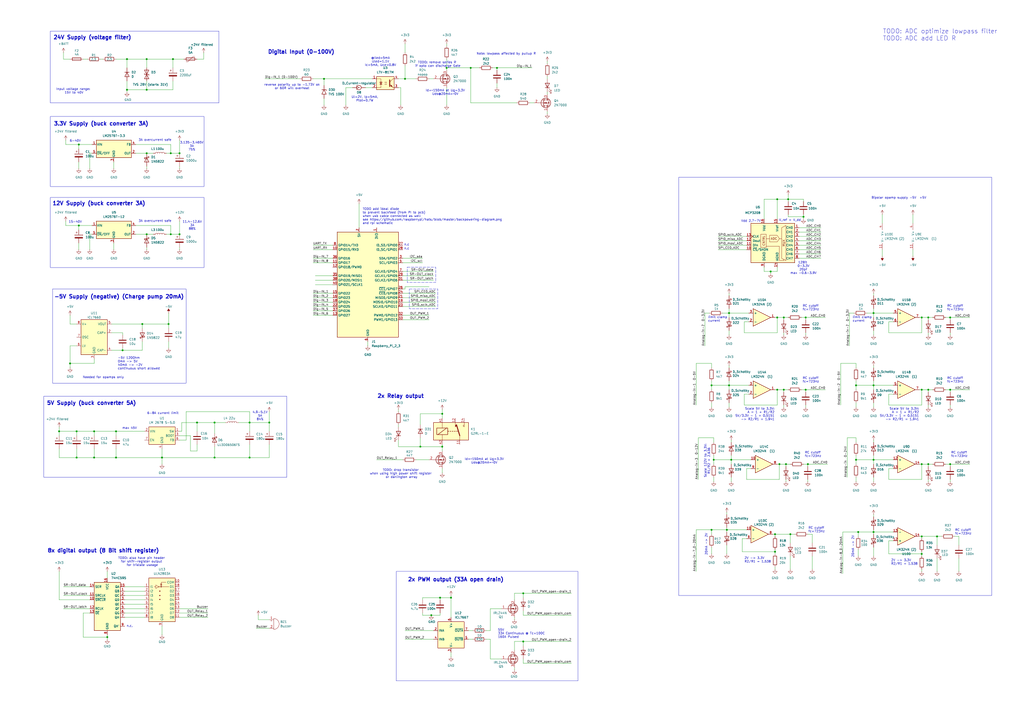
<source format=kicad_sch>
(kicad_sch
	(version 20231120)
	(generator "eeschema")
	(generator_version "8.0")
	(uuid "af4d11a6-73e1-4c39-a25e-5fe7dfa07237")
	(paper "A2")
	
	(junction
		(at 44.45 265.43)
		(diameter 0)
		(color 0 0 0 0)
		(uuid "04e54955-95ed-4070-adbb-7cee1b2c7a8b")
	)
	(junction
		(at 250.19 356.87)
		(diameter 0)
		(color 0 0 0 0)
		(uuid "0c7b1ae2-c684-4906-92c2-8dfa0b9613b9")
	)
	(junction
		(at 454.66 184.15)
		(diameter 0)
		(color 0 0 0 0)
		(uuid "0fefb793-9883-40a2-bd83-f35b47e8dbdb")
	)
	(junction
		(at 67.31 250.19)
		(diameter 0)
		(color 0 0 0 0)
		(uuid "105d8991-ac05-4276-b194-5060bc474cf0")
	)
	(junction
		(at 421.64 307.34)
		(diameter 0)
		(color 0 0 0 0)
		(uuid "11161079-c1a9-4ebe-8de9-fa873f6e9640")
	)
	(junction
		(at 40.64 210.82)
		(diameter 0)
		(color 0 0 0 0)
		(uuid "16107448-b037-4021-a9bb-1fb19d6f36c7")
	)
	(junction
		(at 454.66 226.06)
		(diameter 0)
		(color 0 0 0 0)
		(uuid "209182a8-b4b9-40cd-b5b2-bd90b860e927")
	)
	(junction
		(at 256.54 240.03)
		(diameter 0)
		(color 0 0 0 0)
		(uuid "213f96fc-26d9-4cf1-83bd-f4336ef00b81")
	)
	(junction
		(at 85.09 34.29)
		(diameter 0)
		(color 0 0 0 0)
		(uuid "2282d3fb-0d49-4956-ac9d-5d65f12a26a9")
	)
	(junction
		(at 124.46 245.11)
		(diameter 0)
		(color 0 0 0 0)
		(uuid "28045595-b22a-4b06-9953-9f52298bbfc3")
	)
	(junction
		(at 424.18 266.7)
		(diameter 0)
		(color 0 0 0 0)
		(uuid "28934ae1-6d54-433a-8602-d8951919fe72")
	)
	(junction
		(at 414.02 266.7)
		(diameter 0)
		(color 0 0 0 0)
		(uuid "2f3e2706-66a2-4ddc-84d7-d0f87e408bee")
	)
	(junction
		(at 447.04 157.48)
		(diameter 0)
		(color 0 0 0 0)
		(uuid "305b0609-1ce9-4297-b1f0-74fc85171eee")
	)
	(junction
		(at 44.45 250.19)
		(diameter 0)
		(color 0 0 0 0)
		(uuid "383ef42e-22d7-43b3-89d3-2af42737728c")
	)
	(junction
		(at 534.67 226.06)
		(diameter 0)
		(color 0 0 0 0)
		(uuid "3ae78f7f-94a6-4485-a6b5-d7ce73e1abef")
	)
	(junction
		(at 62.23 369.57)
		(diameter 0)
		(color 0 0 0 0)
		(uuid "3c754c5e-b249-46c4-9d05-9f550316aca5")
	)
	(junction
		(at 412.75 307.34)
		(diameter 0)
		(color 0 0 0 0)
		(uuid "3e62f561-0d72-4e6a-934a-49655edcba7a")
	)
	(junction
		(at 234.95 45.72)
		(diameter 0)
		(color 0 0 0 0)
		(uuid "3f66f8e5-7a42-480c-a82f-f0cfe427845d")
	)
	(junction
		(at 54.61 250.19)
		(diameter 0)
		(color 0 0 0 0)
		(uuid "422bc740-9691-4697-b466-286d91cb40aa")
	)
	(junction
		(at 457.2 115.57)
		(diameter 0)
		(color 0 0 0 0)
		(uuid "42f8f2a2-d4f1-4f85-a7f3-af76fd15f334")
	)
	(junction
		(at 273.05 39.37)
		(diameter 0)
		(color 0 0 0 0)
		(uuid "496a74b5-cab5-4bd2-8fba-3c77c9129d49")
	)
	(junction
		(at 82.55 187.96)
		(diameter 0)
		(color 0 0 0 0)
		(uuid "49b65474-3c4a-461b-8a68-40a6b20540ce")
	)
	(junction
		(at 534.67 184.15)
		(diameter 0)
		(color 0 0 0 0)
		(uuid "4c28afa4-cb18-4457-bfd3-5c53dabd8baa")
	)
	(junction
		(at 534.67 311.15)
		(diameter 0)
		(color 0 0 0 0)
		(uuid "51a2075d-152f-4706-892e-e33346bc5c7c")
	)
	(junction
		(at 468.63 269.24)
		(diameter 0)
		(color 0 0 0 0)
		(uuid "5350fbf4-d95b-437a-9686-20f0bf58d3a4")
	)
	(junction
		(at 534.67 269.24)
		(diameter 0)
		(color 0 0 0 0)
		(uuid "5453c15f-3da7-498f-b4d4-eefd4a32800e")
	)
	(junction
		(at 67.31 265.43)
		(diameter 0)
		(color 0 0 0 0)
		(uuid "548e2dfb-04f2-4d21-ab49-d803782e4bea")
	)
	(junction
		(at 496.57 223.52)
		(diameter 0)
		(color 0 0 0 0)
		(uuid "57a339c8-b411-45ff-a169-a3416d23d890")
	)
	(junction
		(at 104.14 135.89)
		(diameter 0)
		(color 0 0 0 0)
		(uuid "5b0eb3d4-c4be-4d9b-9e7b-ef02c7a05fa6")
	)
	(junction
		(at 551.18 226.06)
		(diameter 0)
		(color 0 0 0 0)
		(uuid "5fd46808-879e-44b8-af18-96d3e87ab16f")
	)
	(junction
		(at 104.14 88.9)
		(diameter 0)
		(color 0 0 0 0)
		(uuid "6030d6cb-547f-4627-bb7a-29b5d50e2d7c")
	)
	(junction
		(at 243.84 259.08)
		(diameter 0)
		(color 0 0 0 0)
		(uuid "60425bd0-25ac-489a-8444-ec1a6859d0b3")
	)
	(junction
		(at 45.72 83.82)
		(diameter 0)
		(color 0 0 0 0)
		(uuid "61300700-7a6f-4cf0-89e3-de24251aaf76")
	)
	(junction
		(at 497.84 308.61)
		(diameter 0)
		(color 0 0 0 0)
		(uuid "628c5c50-25e2-4f91-8c48-b88818b7ae22")
	)
	(junction
		(at 506.73 223.52)
		(diameter 0)
		(color 0 0 0 0)
		(uuid "681b0c0c-503e-42b4-b413-9d8b61948eb7")
	)
	(junction
		(at 261.62 346.71)
		(diameter 0)
		(color 0 0 0 0)
		(uuid "6f8dae14-e5bb-4ed3-8136-992dd6b276bb")
	)
	(junction
		(at 450.85 115.57)
		(diameter 0)
		(color 0 0 0 0)
		(uuid "71c80c36-cea0-487c-bcb3-ac90e6cf6909")
	)
	(junction
		(at 99.06 135.89)
		(diameter 0)
		(color 0 0 0 0)
		(uuid "72aa6fa5-05f9-4fb4-9b06-f61f0b76719e")
	)
	(junction
		(at 496.57 266.7)
		(diameter 0)
		(color 0 0 0 0)
		(uuid "72cd6455-fb65-4b52-8421-80100f0ddc8f")
	)
	(junction
		(at 156.21 245.11)
		(diameter 0)
		(color 0 0 0 0)
		(uuid "75c001cd-17a9-469a-b125-e6fab77c80b6")
	)
	(junction
		(at 73.66 52.07)
		(diameter 0)
		(color 0 0 0 0)
		(uuid "787a6eed-43d6-4010-9caf-dfc7614f8b7e")
	)
	(junction
		(at 543.56 311.15)
		(diameter 0)
		(color 0 0 0 0)
		(uuid "796fade0-1fea-4210-a510-95995544473c")
	)
	(junction
		(at 466.09 125.73)
		(diameter 0)
		(color 0 0 0 0)
		(uuid "7b6a19d9-d84c-4ace-9ad2-e52657e5669a")
	)
	(junction
		(at 97.79 187.96)
		(diameter 0)
		(color 0 0 0 0)
		(uuid "7e3134f9-4b48-4e64-b337-949ca5145048")
	)
	(junction
		(at 449.58 309.88)
		(diameter 0)
		(color 0 0 0 0)
		(uuid "7eee6ae0-e862-4cf5-a20a-077da3b5824a")
	)
	(junction
		(at 551.18 184.15)
		(diameter 0)
		(color 0 0 0 0)
		(uuid "85be4b5b-1dd3-4429-a51f-714f415e4cb3")
	)
	(junction
		(at 54.61 265.43)
		(diameter 0)
		(color 0 0 0 0)
		(uuid "8858408f-f194-4c4f-bd3d-5f79bdeb0f2d")
	)
	(junction
		(at 144.78 265.43)
		(diameter 0)
		(color 0 0 0 0)
		(uuid "89ab178e-a455-4ee1-9c37-6616d82dbbfd")
	)
	(junction
		(at 99.06 88.9)
		(diameter 0)
		(color 0 0 0 0)
		(uuid "8a14436b-3658-4869-9928-b6970ddfd0dd")
	)
	(junction
		(at 422.91 223.52)
		(diameter 0)
		(color 0 0 0 0)
		(uuid "8c0d1323-aeaa-4fdf-940b-e96e8f624588")
	)
	(junction
		(at 506.73 266.7)
		(diameter 0)
		(color 0 0 0 0)
		(uuid "8c384515-970b-4a9b-9d25-34f7c7cf5a31")
	)
	(junction
		(at 259.08 39.37)
		(diameter 0)
		(color 0 0 0 0)
		(uuid "8cb90e5a-5018-4ea5-bf60-7c32d85dd391")
	)
	(junction
		(at 45.72 130.81)
		(diameter 0)
		(color 0 0 0 0)
		(uuid "9ce26f46-c13d-457f-b7ea-3cb9a3964209")
	)
	(junction
		(at 534.67 321.31)
		(diameter 0)
		(color 0 0 0 0)
		(uuid "9f9cd4a1-53b7-4b90-939d-1f42f0144daf")
	)
	(junction
		(at 255.27 346.71)
		(diameter 0)
		(color 0 0 0 0)
		(uuid "a0c78f0b-7101-4390-9aa6-cd615b54ded7")
	)
	(junction
		(at 144.78 245.11)
		(diameter 0)
		(color 0 0 0 0)
		(uuid "a1035066-f2bd-42c1-b35e-660253af95e6")
	)
	(junction
		(at 34.29 250.19)
		(diameter 0)
		(color 0 0 0 0)
		(uuid "a1588343-c251-454b-b53e-fff8eaaaa3ac")
	)
	(junction
		(at 458.47 309.88)
		(diameter 0)
		(color 0 0 0 0)
		(uuid "a254ea07-fe02-44b4-a091-0f3f88d2f0b4")
	)
	(junction
		(at 455.93 269.24)
		(diameter 0)
		(color 0 0 0 0)
		(uuid "a647ae42-673a-4b30-ba91-f5c0de2d1fb1")
	)
	(junction
		(at 412.75 223.52)
		(diameter 0)
		(color 0 0 0 0)
		(uuid "a8916f2a-3760-4408-a711-e8008e50a42d")
	)
	(junction
		(at 551.18 269.24)
		(diameter 0)
		(color 0 0 0 0)
		(uuid "a8b20a5e-2fbe-4704-8e22-2faf27846df8")
	)
	(junction
		(at 467.36 226.06)
		(diameter 0)
		(color 0 0 0 0)
		(uuid "aad29792-d123-4844-9da8-1df2be24a9d5")
	)
	(junction
		(at 506.73 308.61)
		(diameter 0)
		(color 0 0 0 0)
		(uuid "ab657e53-e46e-4daf-86ec-72046f57a401")
	)
	(junction
		(at 124.46 265.43)
		(diameter 0)
		(color 0 0 0 0)
		(uuid "b129a554-6918-436f-b908-937c28939470")
	)
	(junction
		(at 85.09 135.89)
		(diameter 0)
		(color 0 0 0 0)
		(uuid "b75be159-2e10-4f46-b206-2354b78b9157")
	)
	(junction
		(at 256.54 259.08)
		(diameter 0)
		(color 0 0 0 0)
		(uuid "b9253aee-b164-4ed0-839a-6d4809bf704f")
	)
	(junction
		(at 449.58 320.04)
		(diameter 0)
		(color 0 0 0 0)
		(uuid "bc0e8895-a168-4b32-a3ae-032222041331")
	)
	(junction
		(at 85.09 88.9)
		(diameter 0)
		(color 0 0 0 0)
		(uuid "bcb07714-ac5e-4281-b3c3-552386782e56")
	)
	(junction
		(at 422.91 181.61)
		(diameter 0)
		(color 0 0 0 0)
		(uuid "c5e0eb5b-7c3b-45d6-94c4-c8f1aeb4edda")
	)
	(junction
		(at 467.36 184.15)
		(diameter 0)
		(color 0 0 0 0)
		(uuid "c9a1a788-271b-4313-91ac-1eb41a1be2d1")
	)
	(junction
		(at 538.48 269.24)
		(diameter 0)
		(color 0 0 0 0)
		(uuid "cce9ddbf-6d0b-4bc9-aa3e-08b573ecddaa")
	)
	(junction
		(at 538.48 226.06)
		(diameter 0)
		(color 0 0 0 0)
		(uuid "cef5d492-924d-4b16-915e-16292a4ec979")
	)
	(junction
		(at 73.66 34.29)
		(diameter 0)
		(color 0 0 0 0)
		(uuid "d2fd5f5d-338a-4722-b4a0-b1eecd883f28")
	)
	(junction
		(at 100.33 34.29)
		(diameter 0)
		(color 0 0 0 0)
		(uuid "d4d801b9-c672-4d6c-acd1-0513ef63a985")
	)
	(junction
		(at 538.48 184.15)
		(diameter 0)
		(color 0 0 0 0)
		(uuid "d5958f52-db39-4d96-9f5c-46cc0e0a9c13")
	)
	(junction
		(at 303.53 372.11)
		(diameter 0)
		(color 0 0 0 0)
		(uuid "d7f6abff-a394-48b0-8295-d13e407a04cb")
	)
	(junction
		(at 187.96 45.72)
		(diameter 0)
		(color 0 0 0 0)
		(uuid "dbe02959-11e7-4cf1-ad45-9fe30dcdf8bb")
	)
	(junction
		(at 506.73 181.61)
		(diameter 0)
		(color 0 0 0 0)
		(uuid "dd99b0be-8d82-412c-a9e5-745f68c0f208")
	)
	(junction
		(at 450.85 226.06)
		(diameter 0)
		(color 0 0 0 0)
		(uuid "e06e2f01-d838-48f6-8efa-7e05b926ca29")
	)
	(junction
		(at 85.09 52.07)
		(diameter 0)
		(color 0 0 0 0)
		(uuid "e7010d28-bd88-4654-aa85-6910d986f363")
	)
	(junction
		(at 114.3 245.11)
		(diameter 0)
		(color 0 0 0 0)
		(uuid "e70a65f8-f7a2-47ed-978c-48ab0ab55eb7")
	)
	(junction
		(at 303.53 344.17)
		(diameter 0)
		(color 0 0 0 0)
		(uuid "e8615103-e90c-4f75-b440-b8fad443ff1e")
	)
	(junction
		(at 71.12 203.2)
		(diameter 0)
		(color 0 0 0 0)
		(uuid "eac55c9c-6217-4313-8428-a310d44dd53f")
	)
	(junction
		(at 452.12 269.24)
		(diameter 0)
		(color 0 0 0 0)
		(uuid "ef6c709f-f6a8-4332-b336-2fc745163133")
	)
	(junction
		(at 288.29 39.37)
		(diameter 0)
		(color 0 0 0 0)
		(uuid "f07a3669-e0a6-443d-bf09-5896238c8cb2")
	)
	(junction
		(at 93.98 265.43)
		(diameter 0)
		(color 0 0 0 0)
		(uuid "f74be3ca-6702-47ef-b237-4f888ce46f38")
	)
	(junction
		(at 450.85 184.15)
		(diameter 0)
		(color 0 0 0 0)
		(uuid "fbce1fdb-db5b-4f19-bbb5-0a9c27bcbc89")
	)
	(wire
		(pts
			(xy 466.09 124.46) (xy 466.09 125.73)
		)
		(stroke
			(width 0)
			(type default)
		)
		(uuid "0054231e-6c1c-4b62-a261-da803b448710")
	)
	(wire
		(pts
			(xy 72.39 340.36) (xy 83.82 340.36)
		)
		(stroke
			(width 0)
			(type default)
		)
		(uuid "00d61dbe-501f-4d24-b155-84949e743362")
	)
	(wire
		(pts
			(xy 412.75 317.5) (xy 412.75 321.31)
		)
		(stroke
			(width 0)
			(type default)
		)
		(uuid "00ef2f56-37bd-4ed0-aeb9-aa019bd24e2f")
	)
	(wire
		(pts
			(xy 467.36 226.06) (xy 467.36 227.33)
		)
		(stroke
			(width 0)
			(type default)
		)
		(uuid "01a5f7f5-381b-4726-8886-b420b25ccedd")
	)
	(wire
		(pts
			(xy 104.14 353.06) (xy 120.65 353.06)
		)
		(stroke
			(width 0)
			(type default)
		)
		(uuid "01f70877-5d35-4473-8154-b32633fb4439")
	)
	(wire
		(pts
			(xy 62.23 368.3) (xy 62.23 369.57)
		)
		(stroke
			(width 0)
			(type default)
		)
		(uuid "02caf3da-4dfe-464a-bed0-55c975aa32ca")
	)
	(wire
		(pts
			(xy 181.61 170.18) (xy 193.04 170.18)
		)
		(stroke
			(width 0)
			(type default)
		)
		(uuid "02f927d2-46f0-4067-bb2c-7b5ed625f8eb")
	)
	(wire
		(pts
			(xy 450.85 226.06) (xy 454.66 226.06)
		)
		(stroke
			(width 0)
			(type default)
		)
		(uuid "04304b2e-0c68-4a14-bbe0-0e23cac30e94")
	)
	(wire
		(pts
			(xy 124.46 259.08) (xy 124.46 265.43)
		)
		(stroke
			(width 0)
			(type default)
		)
		(uuid "056eeaf6-cef0-4a15-9aa0-a138145aa6e3")
	)
	(wire
		(pts
			(xy 443.23 127) (xy 443.23 115.57)
		)
		(stroke
			(width 0)
			(type default)
		)
		(uuid "05c7cccb-cca5-4623-97c8-040d9b4df307")
	)
	(wire
		(pts
			(xy 45.72 83.82) (xy 53.34 83.82)
		)
		(stroke
			(width 0)
			(type default)
		)
		(uuid "062e080a-8aeb-47cc-970e-09456cd360cd")
	)
	(wire
		(pts
			(xy 463.55 132.08) (xy 476.25 132.08)
		)
		(stroke
			(width 0)
			(type default)
		)
		(uuid "068083fa-fce7-43b5-8463-4f98840e7a26")
	)
	(wire
		(pts
			(xy 233.68 157.48) (xy 251.46 157.48)
		)
		(stroke
			(width 0)
			(type default)
		)
		(uuid "06d6f191-9971-474b-b097-e0a1a133101e")
	)
	(wire
		(pts
			(xy 82.55 198.12) (xy 82.55 203.2)
		)
		(stroke
			(width 0)
			(type default)
		)
		(uuid "07802d6c-0405-4611-8498-2921642973c9")
	)
	(wire
		(pts
			(xy 455.93 269.24) (xy 458.47 269.24)
		)
		(stroke
			(width 0)
			(type default)
		)
		(uuid "08d4afc6-7a52-4c48-90ea-de03339f3fec")
	)
	(wire
		(pts
			(xy 433.07 271.78) (xy 433.07 278.13)
		)
		(stroke
			(width 0)
			(type default)
		)
		(uuid "08da2754-5954-4cc6-88b7-c43418808a5f")
	)
	(wire
		(pts
			(xy 71.12 203.2) (xy 64.77 203.2)
		)
		(stroke
			(width 0)
			(type default)
		)
		(uuid "09231105-ced3-4313-bf61-0ff5f84aa1d1")
	)
	(wire
		(pts
			(xy 463.55 134.62) (xy 476.25 134.62)
		)
		(stroke
			(width 0)
			(type default)
		)
		(uuid "0932f8bf-1781-41f0-8075-3b7e84ddb5c7")
	)
	(wire
		(pts
			(xy 52.07 97.79) (xy 52.07 88.9)
		)
		(stroke
			(width 0)
			(type default)
		)
		(uuid "096d85b4-5d51-44af-82ba-979fa750f17a")
	)
	(wire
		(pts
			(xy 496.57 264.16) (xy 496.57 266.7)
		)
		(stroke
			(width 0)
			(type default)
		)
		(uuid "09d9a41a-af3c-4a91-ad4d-2c3b79cf9ec7")
	)
	(wire
		(pts
			(xy 62.23 331.47) (xy 62.23 335.28)
		)
		(stroke
			(width 0)
			(type default)
		)
		(uuid "0a051774-4cbb-4b66-bf37-8910fac947bb")
	)
	(wire
		(pts
			(xy 538.48 226.06) (xy 538.48 227.33)
		)
		(stroke
			(width 0)
			(type default)
		)
		(uuid "0a19eb4a-b45c-478b-9d63-c374df4a79a0")
	)
	(wire
		(pts
			(xy 82.55 187.96) (xy 97.79 187.96)
		)
		(stroke
			(width 0)
			(type default)
		)
		(uuid "0a9bbdf8-1908-4d8c-8217-07db364293b0")
	)
	(wire
		(pts
			(xy 414.02 254) (xy 414.02 256.54)
		)
		(stroke
			(width 0)
			(type default)
		)
		(uuid "0b798a4e-ae38-46ca-9967-253a2656e0f1")
	)
	(wire
		(pts
			(xy 72.39 345.44) (xy 83.82 345.44)
		)
		(stroke
			(width 0)
			(type default)
		)
		(uuid "0da6d0b3-a0b0-44b8-8579-63e5a542c16a")
	)
	(wire
		(pts
			(xy 273.05 39.37) (xy 278.13 39.37)
		)
		(stroke
			(width 0)
			(type default)
		)
		(uuid "0f17fc4f-3d49-4470-b6f0-1f92c65103e0")
	)
	(wire
		(pts
			(xy 496.57 223.52) (xy 496.57 226.06)
		)
		(stroke
			(width 0)
			(type default)
		)
		(uuid "0f4644b6-fa54-41ce-a769-bba1ac182829")
	)
	(wire
		(pts
			(xy 458.47 322.58) (xy 458.47 330.2)
		)
		(stroke
			(width 0)
			(type default)
		)
		(uuid "100d3b99-de7b-44c2-b3ea-79a36ae0cc62")
	)
	(wire
		(pts
			(xy 144.78 245.11) (xy 144.78 250.19)
		)
		(stroke
			(width 0)
			(type default)
		)
		(uuid "10545d38-a86d-4f4b-9d61-a90e5b83a28b")
	)
	(wire
		(pts
			(xy 491.49 254) (xy 496.57 254)
		)
		(stroke
			(width 0)
			(type default)
		)
		(uuid "10a6a44e-d783-4ce2-86b8-20bd8032d780")
	)
	(wire
		(pts
			(xy 181.61 177.8) (xy 193.04 177.8)
		)
		(stroke
			(width 0)
			(type default)
		)
		(uuid "10a757e5-89b9-4989-b591-35fa1e44e30a")
	)
	(wire
		(pts
			(xy 534.67 234.95) (xy 534.67 226.06)
		)
		(stroke
			(width 0)
			(type default)
		)
		(uuid "1103b789-e8a0-437b-b861-57f3bb0fe1fd")
	)
	(wire
		(pts
			(xy 144.78 245.11) (xy 156.21 245.11)
		)
		(stroke
			(width 0)
			(type default)
		)
		(uuid "11050421-263c-408e-9ff9-8d4704e38685")
	)
	(wire
		(pts
			(xy 506.73 191.77) (xy 506.73 194.31)
		)
		(stroke
			(width 0)
			(type default)
		)
		(uuid "110938bc-7e57-48c8-9cf6-d617786f4017")
	)
	(wire
		(pts
			(xy 233.68 160.02) (xy 251.46 160.02)
		)
		(stroke
			(width 0)
			(type default)
		)
		(uuid "119c66a0-9194-4112-8a35-c7ab420db9e3")
	)
	(wire
		(pts
			(xy 303.53 372.11) (xy 303.53 374.65)
		)
		(stroke
			(width 0)
			(type default)
		)
		(uuid "11c359c3-26fe-4117-8dcc-0f087608c0a4")
	)
	(wire
		(pts
			(xy 403.86 210.82) (xy 412.75 210.82)
		)
		(stroke
			(width 0)
			(type default)
		)
		(uuid "1257bc49-635e-40d2-adbc-efdb0b93d729")
	)
	(wire
		(pts
			(xy 104.14 143.51) (xy 104.14 144.78)
		)
		(stroke
			(width 0)
			(type default)
		)
		(uuid "125a7d11-0e70-4fc2-ad30-a60c78e9f5a4")
	)
	(wire
		(pts
			(xy 36.83 340.36) (xy 52.07 340.36)
		)
		(stroke
			(width 0)
			(type default)
		)
		(uuid "12a983d3-1186-4ca8-a60c-5c45001d78ec")
	)
	(wire
		(pts
			(xy 156.21 257.81) (xy 156.21 265.43)
		)
		(stroke
			(width 0)
			(type default)
		)
		(uuid "137c88a4-e84c-4de9-8e08-42b4620e394d")
	)
	(wire
		(pts
			(xy 73.66 34.29) (xy 73.66 39.37)
		)
		(stroke
			(width 0)
			(type default)
		)
		(uuid "147be2c8-821e-4c84-a2e1-06b7f4973251")
	)
	(wire
		(pts
			(xy 457.2 125.73) (xy 466.09 125.73)
		)
		(stroke
			(width 0)
			(type default)
		)
		(uuid "14e2a1f5-5ec8-44d4-8c05-ee4cab2bd0fb")
	)
	(wire
		(pts
			(xy 538.48 184.15) (xy 541.02 184.15)
		)
		(stroke
			(width 0)
			(type default)
		)
		(uuid "15621219-290f-410b-a757-cdd9d2345727")
	)
	(wire
		(pts
			(xy 449.58 309.88) (xy 449.58 311.15)
		)
		(stroke
			(width 0)
			(type default)
		)
		(uuid "1650821f-6f72-4ef4-81aa-36ef4033d5a7")
	)
	(wire
		(pts
			(xy 450.85 193.04) (xy 450.85 184.15)
		)
		(stroke
			(width 0)
			(type default)
		)
		(uuid "17bbe78c-8ffb-4b23-9f87-29b2d98865bc")
	)
	(wire
		(pts
			(xy 245.11 347.98) (xy 245.11 346.71)
		)
		(stroke
			(width 0)
			(type default)
		)
		(uuid "18dc0aef-b3db-4808-8839-8af1912155b4")
	)
	(wire
		(pts
			(xy 288.29 48.26) (xy 288.29 50.8)
		)
		(stroke
			(width 0)
			(type default)
		)
		(uuid "18f9bc5a-34ff-457d-bae9-2674040e04d3")
	)
	(wire
		(pts
			(xy 256.54 271.78) (xy 256.54 274.32)
		)
		(stroke
			(width 0)
			(type default)
		)
		(uuid "196b197c-4cf7-49cc-8ead-24093cf321aa")
	)
	(wire
		(pts
			(xy 231.14 255.27) (xy 231.14 259.08)
		)
		(stroke
			(width 0)
			(type default)
		)
		(uuid "1a9b8154-dfe5-48da-9674-520ef25d19f9")
	)
	(wire
		(pts
			(xy 434.34 228.6) (xy 431.8 228.6)
		)
		(stroke
			(width 0)
			(type default)
		)
		(uuid "1a9d8fbd-579f-424a-9e77-5087a207aaee")
	)
	(wire
		(pts
			(xy 449.58 226.06) (xy 450.85 226.06)
		)
		(stroke
			(width 0)
			(type default)
		)
		(uuid "1aa8f332-c29d-4eb2-9746-0ba21528bbb1")
	)
	(wire
		(pts
			(xy 424.18 266.7) (xy 424.18 269.24)
		)
		(stroke
			(width 0)
			(type default)
		)
		(uuid "1ab50263-9f5c-45b0-a434-9b22b0ecc0b3")
	)
	(wire
		(pts
			(xy 85.09 88.9) (xy 88.9 88.9)
		)
		(stroke
			(width 0)
			(type default)
		)
		(uuid "1bc6767a-124e-4752-8da3-4dc2026b8aff")
	)
	(wire
		(pts
			(xy 414.02 276.86) (xy 414.02 279.4)
		)
		(stroke
			(width 0)
			(type default)
		)
		(uuid "1cd423c6-1734-4ded-95b9-a2f47a1cdd8c")
	)
	(wire
		(pts
			(xy 506.73 223.52) (xy 518.16 223.52)
		)
		(stroke
			(width 0)
			(type default)
		)
		(uuid "1cf853d4-e902-45a8-88bd-a25890ed60dc")
	)
	(wire
		(pts
			(xy 231.14 259.08) (xy 243.84 259.08)
		)
		(stroke
			(width 0)
			(type default)
		)
		(uuid "1d3d64b3-6f1d-4f1a-ae88-95cfc9beaf80")
	)
	(wire
		(pts
			(xy 67.31 265.43) (xy 93.98 265.43)
		)
		(stroke
			(width 0)
			(type default)
		)
		(uuid "1dfeaed5-ce45-412c-9536-200b58c4cd88")
	)
	(wire
		(pts
			(xy 518.16 271.78) (xy 515.62 271.78)
		)
		(stroke
			(width 0)
			(type default)
		)
		(uuid "1e53379a-7223-42df-9e45-4a73eb6eeb8b")
	)
	(wire
		(pts
			(xy 497.84 308.61) (xy 506.73 308.61)
		)
		(stroke
			(width 0)
			(type default)
		)
		(uuid "1ebdddab-d2ac-41ea-b64c-a4c201460153")
	)
	(wire
		(pts
			(xy 422.91 181.61) (xy 422.91 184.15)
		)
		(stroke
			(width 0)
			(type default)
		)
		(uuid "1edbd3b2-ced2-4a68-b2c2-0b5c3021176a")
	)
	(wire
		(pts
			(xy 138.43 245.11) (xy 144.78 245.11)
		)
		(stroke
			(width 0)
			(type default)
		)
		(uuid "1f119b6d-bc5c-43a6-876e-2006a604c4da")
	)
	(wire
		(pts
			(xy 317.5 44.45) (xy 317.5 45.72)
		)
		(stroke
			(width 0)
			(type default)
		)
		(uuid "1fd0b790-48d5-49f1-b02d-fe99cb33f727")
	)
	(wire
		(pts
			(xy 36.83 353.06) (xy 52.07 353.06)
		)
		(stroke
			(width 0)
			(type default)
		)
		(uuid "20fb024a-f73d-48d4-b683-4d3f4306bcb3")
	)
	(wire
		(pts
			(xy 449.58 184.15) (xy 450.85 184.15)
		)
		(stroke
			(width 0)
			(type default)
		)
		(uuid "22ff23b7-227d-447e-bfda-59d80156c622")
	)
	(wire
		(pts
			(xy 538.48 269.24) (xy 538.48 270.51)
		)
		(stroke
			(width 0)
			(type default)
		)
		(uuid "238ebe23-6747-4e44-b63e-da687a62d863")
	)
	(wire
		(pts
			(xy 73.66 52.07) (xy 73.66 53.34)
		)
		(stroke
			(width 0)
			(type default)
		)
		(uuid "2392f8de-64ca-4ad2-9c50-6ad45435e202")
	)
	(wire
		(pts
			(xy 181.61 45.72) (xy 187.96 45.72)
		)
		(stroke
			(width 0)
			(type default)
		)
		(uuid "23dfcef5-54e1-43c9-8345-47d8258009e8")
	)
	(wire
		(pts
			(xy 422.91 220.98) (xy 422.91 223.52)
		)
		(stroke
			(width 0)
			(type default)
		)
		(uuid "240058a4-a99f-4d62-9b74-3340fba31315")
	)
	(wire
		(pts
			(xy 38.1 128.27) (xy 38.1 130.81)
		)
		(stroke
			(width 0)
			(type default)
		)
		(uuid "24166ed3-6929-44e1-9f43-dca2d382cd8b")
	)
	(wire
		(pts
			(xy 533.4 311.15) (xy 534.67 311.15)
		)
		(stroke
			(width 0)
			(type default)
		)
		(uuid "247e635b-6054-4992-9b2a-c3136448ced3")
	)
	(wire
		(pts
			(xy 463.55 139.7) (xy 476.25 139.7)
		)
		(stroke
			(width 0)
			(type default)
		)
		(uuid "24b8cd11-ef80-4755-84b3-4ab2650e79e8")
	)
	(wire
		(pts
			(xy 82.55 187.96) (xy 82.55 190.5)
		)
		(stroke
			(width 0)
			(type default)
		)
		(uuid "24fc4db9-e669-4108-8575-ad552b1f7095")
	)
	(wire
		(pts
			(xy 97.79 181.61) (xy 97.79 187.96)
		)
		(stroke
			(width 0)
			(type default)
		)
		(uuid "250cae5f-018d-46f3-8b3a-08c428d30aad")
	)
	(wire
		(pts
			(xy 408.94 181.61) (xy 411.48 181.61)
		)
		(stroke
			(width 0)
			(type default)
		)
		(uuid "254268d1-5d46-45d7-a31c-0a0243f94365")
	)
	(wire
		(pts
			(xy 288.29 39.37) (xy 308.61 39.37)
		)
		(stroke
			(width 0)
			(type default)
		)
		(uuid "26309b7f-d337-4125-a8b8-729a54cfa688")
	)
	(wire
		(pts
			(xy 259.08 39.37) (xy 273.05 39.37)
		)
		(stroke
			(width 0)
			(type default)
		)
		(uuid "26f4b176-d345-471c-a589-d2b34ad320d9")
	)
	(wire
		(pts
			(xy 551.18 269.24) (xy 562.61 269.24)
		)
		(stroke
			(width 0)
			(type default)
		)
		(uuid "2710c34f-8200-4ad0-9168-3834a857ee98")
	)
	(wire
		(pts
			(xy 298.45 372.11) (xy 298.45 377.19)
		)
		(stroke
			(width 0)
			(type default)
		)
		(uuid "28a7e3ae-ec0f-4c85-8d6e-255f33033320")
	)
	(wire
		(pts
			(xy 181.61 172.72) (xy 193.04 172.72)
		)
		(stroke
			(width 0)
			(type default)
		)
		(uuid "290648d6-e0c2-4a02-8151-8e6a5ea8000b")
	)
	(wire
		(pts
			(xy 85.09 135.89) (xy 78.74 135.89)
		)
		(stroke
			(width 0)
			(type default)
		)
		(uuid "2914a31e-5344-4d8c-8336-baf7ef768326")
	)
	(wire
		(pts
			(xy 496.57 276.86) (xy 496.57 279.4)
		)
		(stroke
			(width 0)
			(type default)
		)
		(uuid "29a84df5-a401-472c-b970-3e9ceb118392")
	)
	(wire
		(pts
			(xy 447.04 157.48) (xy 450.85 157.48)
		)
		(stroke
			(width 0)
			(type default)
		)
		(uuid "2b9ccaa2-a7a6-40a8-9a8d-c15a845f981b")
	)
	(wire
		(pts
			(xy 506.73 233.68) (xy 506.73 236.22)
		)
		(stroke
			(width 0)
			(type default)
		)
		(uuid "2c1464b3-376b-48fd-9a9c-b7fb4f3e2e89")
	)
	(wire
		(pts
			(xy 259.08 25.4) (xy 259.08 26.67)
		)
		(stroke
			(width 0)
			(type default)
		)
		(uuid "2c426e30-8b88-4a18-bb4a-23f88606845a")
	)
	(wire
		(pts
			(xy 234.95 45.72) (xy 241.3 45.72)
		)
		(stroke
			(width 0)
			(type default)
		)
		(uuid "2c754bca-9c82-483c-9ff8-e9f74de0ee01")
	)
	(wire
		(pts
			(xy 511.81 124.46) (xy 511.81 129.54)
		)
		(stroke
			(width 0)
			(type default)
		)
		(uuid "2d458802-502c-4ecf-9caf-a43a110ce546")
	)
	(wire
		(pts
			(xy 491.49 276.86) (xy 491.49 254)
		)
		(stroke
			(width 0)
			(type default)
		)
		(uuid "2d56b79e-7b91-4b8e-8329-96f2260d2f2a")
	)
	(wire
		(pts
			(xy 458.47 309.88) (xy 458.47 314.96)
		)
		(stroke
			(width 0)
			(type default)
		)
		(uuid "2d58740f-20ac-47c8-a6a7-385a25e5466d")
	)
	(wire
		(pts
			(xy 213.36 198.12) (xy 213.36 200.66)
		)
		(stroke
			(width 0)
			(type default)
		)
		(uuid "2da67416-80ed-41f3-b8a4-d331451071aa")
	)
	(wire
		(pts
			(xy 234.95 166.37) (xy 234.95 167.64)
		)
		(stroke
			(width 0)
			(type default)
		)
		(uuid "2de6cee3-ba04-44f6-b491-492d4c257dd1")
	)
	(wire
		(pts
			(xy 515.62 234.95) (xy 534.67 234.95)
		)
		(stroke
			(width 0)
			(type default)
		)
		(uuid "2e913d89-0bf3-42a5-a34a-265d2fc19a50")
	)
	(wire
		(pts
			(xy 422.91 170.18) (xy 422.91 171.45)
		)
		(stroke
			(width 0)
			(type default)
		)
		(uuid "2f42d63b-a6ba-478e-8610-e9fcf4a49b6c")
	)
	(wire
		(pts
			(xy 284.48 370.84) (xy 281.94 370.84)
		)
		(stroke
			(width 0)
			(type default)
		)
		(uuid "2f8bdde5-609c-48c0-bf0b-d372edca7b2f")
	)
	(wire
		(pts
			(xy 208.28 118.11) (xy 208.28 132.08)
		)
		(stroke
			(width 0)
			(type default)
		)
		(uuid "2fa17a05-f7bb-4829-912f-a6d673135030")
	)
	(wire
		(pts
			(xy 422.91 179.07) (xy 422.91 181.61)
		)
		(stroke
			(width 0)
			(type default)
		)
		(uuid "30f18462-1845-45de-b056-d4296bc37719")
	)
	(wire
		(pts
			(xy 36.83 30.48) (xy 36.83 34.29)
		)
		(stroke
			(width 0)
			(type default)
		)
		(uuid "312b9e9d-f3c5-4818-bb2f-e49c1b9b26ee")
	)
	(wire
		(pts
			(xy 506.73 264.16) (xy 506.73 266.7)
		)
		(stroke
			(width 0)
			(type default)
		)
		(uuid "31cd0200-5ec5-4dd9-aaf7-e4adf221e554")
	)
	(wire
		(pts
			(xy 317.5 64.77) (xy 317.5 66.04)
		)
		(stroke
			(width 0)
			(type default)
		)
		(uuid "31e973a2-25cf-4cfb-a814-9d710f200fa0")
	)
	(wire
		(pts
			(xy 538.48 269.24) (xy 541.02 269.24)
		)
		(stroke
			(width 0)
			(type default)
		)
		(uuid "3338b17c-a952-43cd-b8ef-52a19d624325")
	)
	(wire
		(pts
			(xy 458.47 309.88) (xy 461.01 309.88)
		)
		(stroke
			(width 0)
			(type default)
		)
		(uuid "33b893ed-df5d-468b-85b4-6ad71ad43b02")
	)
	(wire
		(pts
			(xy 431.8 193.04) (xy 450.85 193.04)
		)
		(stroke
			(width 0)
			(type default)
		)
		(uuid "33f3f2be-3df8-4346-a236-5dfa90bbeb82")
	)
	(wire
		(pts
			(xy 515.62 271.78) (xy 515.62 278.13)
		)
		(stroke
			(width 0)
			(type default)
		)
		(uuid "342cd887-7fe4-4180-bee4-e1ad6318de05")
	)
	(wire
		(pts
			(xy 463.55 147.32) (xy 476.25 147.32)
		)
		(stroke
			(width 0)
			(type default)
		)
		(uuid "3530c46a-6e25-482b-b968-518bf8c9a8ab")
	)
	(wire
		(pts
			(xy 421.64 307.34) (xy 421.64 308.61)
		)
		(stroke
			(width 0)
			(type default)
		)
		(uuid "35f4e512-1ffc-41bd-9a9e-fe7f971c2bfb")
	)
	(wire
		(pts
			(xy 496.57 266.7) (xy 496.57 269.24)
		)
		(stroke
			(width 0)
			(type default)
		)
		(uuid "362a3669-b5d6-41e1-b360-b2543155e2e9")
	)
	(wire
		(pts
			(xy 96.52 88.9) (xy 99.06 88.9)
		)
		(stroke
			(width 0)
			(type default)
		)
		(uuid "36dbf9b2-129d-45ef-8f18-f4ffca4a34c3")
	)
	(wire
		(pts
			(xy 54.61 265.43) (xy 67.31 265.43)
		)
		(stroke
			(width 0)
			(type default)
		)
		(uuid "36ef0f3d-5f82-4fe4-8ac0-634b6aca89f0")
	)
	(wire
		(pts
			(xy 233.68 175.26) (xy 252.73 175.26)
		)
		(stroke
			(width 0)
			(type default)
		)
		(uuid "37df22b7-3ac0-4743-b54e-b238c46725e5")
	)
	(wire
		(pts
			(xy 234.95 38.1) (xy 234.95 45.72)
		)
		(stroke
			(width 0)
			(type default)
		)
		(uuid "38c5767f-cf8f-4902-902f-687906200ae5")
	)
	(wire
		(pts
			(xy 182.88 165.1) (xy 193.04 165.1)
		)
		(stroke
			(width 0)
			(type default)
		)
		(uuid "3aeea25b-b526-4c4c-9a14-20971d742727")
	)
	(wire
		(pts
			(xy 114.3 245.11) (xy 114.3 250.19)
		)
		(stroke
			(width 0)
			(type default)
		)
		(uuid "3b26056a-2205-47a2-9f40-f9697f046f04")
	)
	(wire
		(pts
			(xy 255.27 346.71) (xy 261.62 346.71)
		)
		(stroke
			(width 0)
			(type default)
		)
		(uuid "3b4be52a-2ad1-4b92-9955-60020d75a3ef")
	)
	(wire
		(pts
			(xy 156.21 265.43) (xy 144.78 265.43)
		)
		(stroke
			(width 0)
			(type default)
		)
		(uuid "3b57c002-7cfd-4b01-9bd0-a9063c7de990")
	)
	(wire
		(pts
			(xy 551.18 234.95) (xy 551.18 236.22)
		)
		(stroke
			(width 0)
			(type default)
		)
		(uuid "3b8b4d84-8c7a-4f82-a0e1-ac676854a521")
	)
	(wire
		(pts
			(xy 497.84 318.77) (xy 497.84 322.58)
		)
		(stroke
			(width 0)
			(type default)
		)
		(uuid "3bc56bb2-9b42-47c5-b298-eaca06fadfb1")
	)
	(wire
		(pts
			(xy 54.61 260.35) (xy 54.61 265.43)
		)
		(stroke
			(width 0)
			(type default)
		)
		(uuid "3da092b2-3579-44ee-9f1a-7dc736839416")
	)
	(wire
		(pts
			(xy 34.29 250.19) (xy 34.29 252.73)
		)
		(stroke
			(width 0)
			(type default)
		)
		(uuid "3ddbeb86-f388-4c89-98ea-a9e4b08c0699")
	)
	(wire
		(pts
			(xy 52.07 88.9) (xy 53.34 88.9)
		)
		(stroke
			(width 0)
			(type default)
		)
		(uuid "3e60e431-84f1-436a-99fb-f0196e89bcf0")
	)
	(wire
		(pts
			(xy 506.73 179.07) (xy 506.73 181.61)
		)
		(stroke
			(width 0)
			(type default)
		)
		(uuid "40bdda6f-2043-43a8-8614-46f90ad8de81")
	)
	(wire
		(pts
			(xy 85.09 135.89) (xy 88.9 135.89)
		)
		(stroke
			(width 0)
			(type default)
		)
		(uuid "41dd684b-b2cf-4918-b2fa-e24af5a96c31")
	)
	(wire
		(pts
			(xy 45.72 130.81) (xy 45.72 133.35)
		)
		(stroke
			(width 0)
			(type default)
		)
		(uuid "429f31e6-9c15-47fc-a53a-661ec52f4c31")
	)
	(wire
		(pts
			(xy 463.55 144.78) (xy 476.25 144.78)
		)
		(stroke
			(width 0)
			(type default)
		)
		(uuid "42c865ad-08f7-4b14-b07e-c66bb29dbe02")
	)
	(wire
		(pts
			(xy 45.72 83.82) (xy 45.72 86.36)
		)
		(stroke
			(width 0)
			(type default)
		)
		(uuid "434d52f6-e61e-4de2-b8c2-9f723a35bb15")
	)
	(wire
		(pts
			(xy 416.56 144.78) (xy 433.07 144.78)
		)
		(stroke
			(width 0)
			(type default)
		)
		(uuid "439b5d91-a7ed-4297-80f9-6f243928e7d6")
	)
	(wire
		(pts
			(xy 551.18 184.15) (xy 551.18 185.42)
		)
		(stroke
			(width 0)
			(type default)
		)
		(uuid "43eaa7f7-2efb-4eee-aab8-0af86289bf8c")
	)
	(wire
		(pts
			(xy 78.74 83.82) (xy 99.06 83.82)
		)
		(stroke
			(width 0)
			(type default)
		)
		(uuid "4510b88a-d309-41e9-911e-7f21f2747429")
	)
	(wire
		(pts
			(xy 44.45 265.43) (xy 54.61 265.43)
		)
		(stroke
			(width 0)
			(type default)
		)
		(uuid "468496be-f6d5-4b2a-8683-92086b6bba44")
	)
	(wire
		(pts
			(xy 99.06 135.89) (xy 104.14 135.89)
		)
		(stroke
			(width 0)
			(type default)
		)
		(uuid "473017ac-7304-423f-b665-624cbeb6b71f")
	)
	(wire
		(pts
			(xy 421.64 306.07) (xy 421.64 307.34)
		)
		(stroke
			(width 0)
			(type default)
		)
		(uuid "4733ae22-61de-495e-bf18-f23ded7fc61f")
	)
	(wire
		(pts
			(xy 107.95 238.76) (xy 144.78 238.76)
		)
		(stroke
			(width 0)
			(type default)
		)
		(uuid "474c21aa-9d8b-4fd6-bf84-0695257ad4e8")
	)
	(wire
		(pts
			(xy 551.18 278.13) (xy 551.18 279.4)
		)
		(stroke
			(width 0)
			(type default)
		)
		(uuid "4829b489-17d6-4b34-a0d1-2b91af9d6c2c")
	)
	(wire
		(pts
			(xy 104.14 81.28) (xy 104.14 88.9)
		)
		(stroke
			(width 0)
			(type default)
		)
		(uuid "4845c6d1-f452-4f8f-bc04-1edb892ce074")
	)
	(wire
		(pts
			(xy 271.78 365.76) (xy 274.32 365.76)
		)
		(stroke
			(width 0)
			(type default)
		)
		(uuid "489bf1b7-9684-4233-9d56-d492a8e7de3e")
	)
	(wire
		(pts
			(xy 468.63 278.13) (xy 468.63 279.4)
		)
		(stroke
			(width 0)
			(type default)
		)
		(uuid "4946f793-12bd-436b-ab85-c6a65bef92fd")
	)
	(wire
		(pts
			(xy 534.67 278.13) (xy 534.67 269.24)
		)
		(stroke
			(width 0)
			(type default)
		)
		(uuid "4957c436-fe00-4e4f-942f-4642775126b2")
	)
	(wire
		(pts
			(xy 496.57 220.98) (xy 496.57 223.52)
		)
		(stroke
			(width 0)
			(type default)
		)
		(uuid "49d9e4f1-23d4-46e6-bb1b-aa4846de7f1f")
	)
	(wire
		(pts
			(xy 412.75 223.52) (xy 412.75 226.06)
		)
		(stroke
			(width 0)
			(type default)
		)
		(uuid "4a3cbf8d-0afd-4487-aaf0-74c0fd4dbab4")
	)
	(wire
		(pts
			(xy 52.07 135.89) (xy 53.34 135.89)
		)
		(stroke
			(width 0)
			(type default)
		)
		(uuid "4a7a45aa-aba5-4f43-b850-2f12eeae7e82")
	)
	(wire
		(pts
			(xy 99.06 130.81) (xy 99.06 135.89)
		)
		(stroke
			(width 0)
			(type default)
		)
		(uuid "4cbf875e-58ed-4cd6-b772-5671b7f28ceb")
	)
	(wire
		(pts
			(xy 534.67 321.31) (xy 534.67 322.58)
		)
		(stroke
			(width 0)
			(type default)
		)
		(uuid "4ceac432-c625-443e-a245-f4002f0bb4f0")
	)
	(wire
		(pts
			(xy 71.12 193.04) (xy 71.12 194.31)
		)
		(stroke
			(width 0)
			(type default)
		)
		(uuid "4d52de5f-8c2e-49a6-b501-bd212fa30f6b")
	)
	(wire
		(pts
			(xy 421.64 316.23) (xy 421.64 321.31)
		)
		(stroke
			(width 0)
			(type default)
		)
		(uuid "4d88ca1c-ea50-4ff5-a3a6-c55696e4ded3")
	)
	(wire
		(pts
			(xy 471.17 309.88) (xy 471.17 314.96)
		)
		(stroke
			(width 0)
			(type default)
		)
		(uuid "4e52b931-12a4-484f-aeeb-e618bf9d387b")
	)
	(wire
		(pts
			(xy 99.06 83.82) (xy 99.06 88.9)
		)
		(stroke
			(width 0)
			(type default)
		)
		(uuid "4f6bdeb1-d680-488b-93e0-aa0268270cd6")
	)
	(wire
		(pts
			(xy 233.68 172.72) (xy 252.73 172.72)
		)
		(stroke
			(width 0)
			(type default)
		)
		(uuid "4f99b804-4ad1-4ac4-9e22-14cd7261d84d")
	)
	(wire
		(pts
			(xy 245.11 355.6) (xy 245.11 356.87)
		)
		(stroke
			(width 0)
			(type default)
		)
		(uuid "4fb2c065-c0aa-4489-84ba-e6578168bf77")
	)
	(wire
		(pts
			(xy 243.84 259.08) (xy 256.54 259.08)
		)
		(stroke
			(width 0)
			(type default)
		)
		(uuid "52204379-8bae-48b9-bb79-c4271de56671")
	)
	(wire
		(pts
			(xy 450.85 269.24) (xy 452.12 269.24)
		)
		(stroke
			(width 0)
			(type default)
		)
		(uuid "545caae5-5e00-4999-9b90-9523b2c87005")
	)
	(wire
		(pts
			(xy 212.09 50.8) (xy 215.9 50.8)
		)
		(stroke
			(width 0)
			(type default)
		)
		(uuid "548cef41-84a1-4d2b-bcd5-34757016835f")
	)
	(wire
		(pts
			(xy 261.62 345.44) (xy 261.62 346.71)
		)
		(stroke
			(width 0)
			(type default)
		)
		(uuid "561e6491-69a5-4fe9-bb13-454bade1136f")
	)
	(wire
		(pts
			(xy 261.62 378.46) (xy 261.62 381)
		)
		(stroke
			(width 0)
			(type default)
		)
		(uuid "564e8a6b-92c7-4392-9154-9212cda08ea6")
	)
	(wire
		(pts
			(xy 100.33 52.07) (xy 85.09 52.07)
		)
		(stroke
			(width 0)
			(type default)
		)
		(uuid "56f0d9b1-9d6d-4e01-aedc-54a4472ee2d9")
	)
	(wire
		(pts
			(xy 551.18 269.24) (xy 551.18 270.51)
		)
		(stroke
			(width 0)
			(type default)
		)
		(uuid "584912e9-080b-41d3-8477-c46e6bb19342")
	)
	(wire
		(pts
			(xy 506.73 317.5) (xy 506.73 322.58)
		)
		(stroke
			(width 0)
			(type default)
		)
		(uuid "590f71fa-a57b-4942-9e12-443cddc6ae9f")
	)
	(wire
		(pts
			(xy 40.64 187.96) (xy 44.45 187.96)
		)
		(stroke
			(width 0)
			(type default)
		)
		(uuid "5a58ee3b-d422-45cf-9b6c-f0c44ccd3021")
	)
	(wire
		(pts
			(xy 48.26 369.57) (xy 62.23 369.57)
		)
		(stroke
			(width 0)
			(type default)
		)
		(uuid "5b75a293-60a9-4651-ad34-0ab0aa4c8a6b")
	)
	(wire
		(pts
			(xy 548.64 226.06) (xy 551.18 226.06)
		)
		(stroke
			(width 0)
			(type default)
		)
		(uuid "5bbf13c4-1ee9-44ee-95b2-7f84f6010a23")
	)
	(wire
		(pts
			(xy 515.62 228.6) (xy 515.62 234.95)
		)
		(stroke
			(width 0)
			(type default)
		)
		(uuid "5bf6d5c2-07de-4e00-9983-51a855b00c8d")
	)
	(wire
		(pts
			(xy 148.59 364.49) (xy 156.21 364.49)
		)
		(stroke
			(width 0)
			(type default)
		)
		(uuid "5c0f9a11-bf2a-4a4f-acdf-e21144a4405e")
	)
	(wire
		(pts
			(xy 506.73 308.61) (xy 506.73 309.88)
		)
		(stroke
			(width 0)
			(type default)
		)
		(uuid "5c1beba9-3506-49a3-a11f-b5632da1d1b9")
	)
	(wire
		(pts
			(xy 450.85 157.48) (xy 450.85 154.94)
		)
		(stroke
			(width 0)
			(type default)
		)
		(uuid "5d82d160-16aa-45f6-b921-af143ee44199")
	)
	(wire
		(pts
			(xy 71.12 201.93) (xy 71.12 203.2)
		)
		(stroke
			(width 0)
			(type default)
		)
		(uuid "5e206263-973f-4ece-be89-87fb3f8ee1dd")
	)
	(wire
		(pts
			(xy 100.33 34.29) (xy 85.09 34.29)
		)
		(stroke
			(width 0)
			(type default)
		)
		(uuid "5e8d45af-85e0-4c84-bd68-9d6bc4a81647")
	)
	(wire
		(pts
			(xy 255.27 356.87) (xy 255.27 355.6)
		)
		(stroke
			(width 0)
			(type default)
		)
		(uuid "5e9b5c81-dc0f-48fa-8fba-8a83f5efef1b")
	)
	(wire
		(pts
			(xy 182.88 160.02) (xy 193.04 160.02)
		)
		(stroke
			(width 0)
			(type default)
		)
		(uuid "5f717f21-8a39-40cb-bfd6-47b6f7bff7f3")
	)
	(wire
		(pts
			(xy 233.68 177.8) (xy 252.73 177.8)
		)
		(stroke
			(width 0)
			(type default)
		)
		(uuid "5f8b50d8-8945-4422-916c-32d9df0370e0")
	)
	(wire
		(pts
			(xy 38.1 130.81) (xy 45.72 130.81)
		)
		(stroke
			(width 0)
			(type default)
		)
		(uuid "5fb9a5e9-0057-4256-900a-cd3e2c2bea7d")
	)
	(wire
		(pts
			(xy 416.56 142.24) (xy 433.07 142.24)
		)
		(stroke
			(width 0)
			(type default)
		)
		(uuid "5ff6e0c1-159c-4d42-b729-b5c1b4457f90")
	)
	(wire
		(pts
			(xy 73.66 52.07) (xy 73.66 46.99)
		)
		(stroke
			(width 0)
			(type default)
		)
		(uuid "60f0e541-5399-4984-91a7-0fa8a43fa9b6")
	)
	(wire
		(pts
			(xy 431.8 228.6) (xy 431.8 234.95)
		)
		(stroke
			(width 0)
			(type default)
		)
		(uuid "61094217-7ec5-4dcb-98e0-3e2f25b70708")
	)
	(wire
		(pts
			(xy 551.18 226.06) (xy 562.61 226.06)
		)
		(stroke
			(width 0)
			(type default)
		)
		(uuid "62555a8a-fd01-4238-911c-411cf183c30b")
	)
	(wire
		(pts
			(xy 534.67 311.15) (xy 534.67 312.42)
		)
		(stroke
			(width 0)
			(type default)
		)
		(uuid "628e380a-84ae-4691-8bb9-663fb598740a")
	)
	(wire
		(pts
			(xy 416.56 139.7) (xy 433.07 139.7)
		)
		(stroke
			(width 0)
			(type default)
		)
		(uuid "62a6df1b-8dd1-4edc-8471-80392c13b446")
	)
	(wire
		(pts
			(xy 66.04 93.98) (xy 66.04 97.79)
		)
		(stroke
			(width 0)
			(type default)
		)
		(uuid "62ad0d9d-5a30-44d3-a30a-cf86f42cb053")
	)
	(wire
		(pts
			(xy 455.93 278.13) (xy 455.93 279.4)
		)
		(stroke
			(width 0)
			(type default)
		)
		(uuid "647e0ec1-5571-4f9f-968c-4587569451a5")
	)
	(wire
		(pts
			(xy 534.67 184.15) (xy 538.48 184.15)
		)
		(stroke
			(width 0)
			(type default)
		)
		(uuid "64b82e39-cafc-4d62-b2b0-fce5ce9dea98")
	)
	(wire
		(pts
			(xy 431.8 186.69) (xy 431.8 193.04)
		)
		(stroke
			(width 0)
			(type default)
		)
		(uuid "656d5ad0-23a3-491e-bd50-3e534179328d")
	)
	(wire
		(pts
			(xy 496.57 210.82) (xy 496.57 213.36)
		)
		(stroke
			(width 0)
			(type default)
		)
		(uuid "661e71f1-f8a3-4970-89c1-61c4702f2cac")
	)
	(wire
		(pts
			(xy 492.76 181.61) (xy 495.3 181.61)
		)
		(stroke
			(width 0)
			(type default)
		)
		(uuid "664df0e6-823c-4803-99bc-ad1acfbfb8fa")
	)
	(wire
		(pts
			(xy 506.73 308.61) (xy 518.16 308.61)
		)
		(stroke
			(width 0)
			(type default)
		)
		(uuid "66896395-d56f-40e8-b008-5d6fa77757a3")
	)
	(wire
		(pts
			(xy 284.48 353.06) (xy 284.48 365.76)
		)
		(stroke
			(width 0)
			(type default)
		)
		(uuid "675d0fb9-b9b3-4092-89c8-b6041d545861")
	)
	(wire
		(pts
			(xy 408.94 200.66) (xy 408.94 181.61)
		)
		(stroke
			(width 0)
			(type default)
		)
		(uuid "68f34dd1-c708-4599-8ef5-211227c89297")
	)
	(wire
		(pts
			(xy 434.34 186.69) (xy 431.8 186.69)
		)
		(stroke
			(width 0)
			(type default)
		)
		(uuid "69241229-0b77-4121-bbf8-f10a356f0233")
	)
	(wire
		(pts
			(xy 543.56 323.85) (xy 543.56 331.47)
		)
		(stroke
			(width 0)
			(type default)
		)
		(uuid "69606327-9048-478f-a811-ec24bd867c9d")
	)
	(wire
		(pts
			(xy 506.73 223.52) (xy 506.73 226.06)
		)
		(stroke
			(width 0)
			(type default)
		)
		(uuid "6a0d950b-a4a4-4e79-9c68-080b1894ebff")
	)
	(wire
		(pts
			(xy 534.67 193.04) (xy 534.67 184.15)
		)
		(stroke
			(width 0)
			(type default)
		)
		(uuid "6b865810-0535-4063-8955-0cdabbdf59ca")
	)
	(wire
		(pts
			(xy 181.61 149.86) (xy 193.04 149.86)
		)
		(stroke
			(width 0)
			(type default)
		)
		(uuid "6c26b2f3-66cd-4f67-a715-176522bb1653")
	)
	(wire
		(pts
			(xy 506.73 255.27) (xy 506.73 256.54)
		)
		(stroke
			(width 0)
			(type default)
		)
		(uuid "6c7c6dcb-9636-478c-a065-cb61ffef9d7c")
	)
	(wire
		(pts
			(xy 449.58 309.88) (xy 458.47 309.88)
		)
		(stroke
			(width 0)
			(type default)
		)
		(uuid "6f28393f-45e7-4805-b979-bb0eba7a3931")
	)
	(wire
		(pts
			(xy 556.26 323.85) (xy 556.26 331.47)
		)
		(stroke
			(width 0)
			(type default)
		)
		(uuid "7009d990-252f-412d-a18f-a964c6939a5b")
	)
	(wire
		(pts
			(xy 556.26 311.15) (xy 556.26 316.23)
		)
		(stroke
			(width 0)
			(type default)
		)
		(uuid "705ecdd8-c530-4e4e-839c-fba8de809f6d")
	)
	(wire
		(pts
			(xy 187.96 45.72) (xy 187.96 49.53)
		)
		(stroke
			(width 0)
			(type default)
		)
		(uuid "7072920a-2182-459b-8a73-fbc73ad13616")
	)
	(wire
		(pts
			(xy 533.4 184.15) (xy 534.67 184.15)
		)
		(stroke
			(width 0)
			(type default)
		)
		(uuid "70c1205f-ce24-4580-b784-2607fbbb4936")
	)
	(wire
		(pts
			(xy 538.48 184.15) (xy 538.48 185.42)
		)
		(stroke
			(width 0)
			(type default)
		)
		(uuid "70ee824a-4d79-486c-87e6-f60c09080c07")
	)
	(wire
		(pts
			(xy 506.73 170.18) (xy 506.73 171.45)
		)
		(stroke
			(width 0)
			(type default)
		)
		(uuid "717999c4-e9ea-44b0-9c21-69dbca82c156")
	)
	(wire
		(pts
			(xy 463.55 142.24) (xy 476.25 142.24)
		)
		(stroke
			(width 0)
			(type default)
		)
		(uuid "721d0387-dd7a-4c03-b969-e660fbc01d0a")
	)
	(wire
		(pts
			(xy 414.02 266.7) (xy 424.18 266.7)
		)
		(stroke
			(width 0)
			(type default)
		)
		(uuid "72260823-1e3b-43f1-94c3-49bbbdba5986")
	)
	(wire
		(pts
			(xy 271.78 370.84) (xy 274.32 370.84)
		)
		(stroke
			(width 0)
			(type default)
		)
		(uuid "7325cfe8-16fb-4917-bc37-aba8e6855840")
	)
	(wire
		(pts
			(xy 34.29 347.98) (xy 52.07 347.98)
		)
		(stroke
			(width 0)
			(type default)
		)
		(uuid "7395937f-7aba-41a7-8e24-d7eef4ccce08")
	)
	(wire
		(pts
			(xy 54.61 250.19) (xy 54.61 252.73)
		)
		(stroke
			(width 0)
			(type default)
		)
		(uuid "7496c071-630d-4908-a9f5-9bb6cc63ee10")
	)
	(wire
		(pts
			(xy 261.62 346.71) (xy 261.62 358.14)
		)
		(stroke
			(width 0)
			(type default)
		)
		(uuid "75270809-8ff8-4fd4-a116-608688288fb1")
	)
	(wire
		(pts
			(xy 496.57 254) (xy 496.57 256.54)
		)
		(stroke
			(width 0)
			(type default)
		)
		(uuid "752c7739-6331-49ec-9788-3c703d08f520")
	)
	(wire
		(pts
			(xy 307.34 59.69) (xy 309.88 59.69)
		)
		(stroke
			(width 0)
			(type default)
		)
		(uuid "75d890d3-d4b1-40f0-acb3-036295710c17")
	)
	(wire
		(pts
			(xy 187.96 57.15) (xy 187.96 60.96)
		)
		(stroke
			(width 0)
			(type default)
		)
		(uuid "75e1637b-cc12-4b8e-9a60-b2530e747825")
	)
	(wire
		(pts
			(xy 149.86 359.41) (xy 156.21 359.41)
		)
		(stroke
			(width 0)
			(type default)
		)
		(uuid "769635a2-7d00-4ace-95f0-bbce40f5d9b4")
	)
	(wire
		(pts
			(xy 105.41 245.11) (xy 114.3 245.11)
		)
		(stroke
			(width 0)
			(type default)
		)
		(uuid "76d9ac2e-59ae-4d69-85c2-3c211bf67751")
	)
	(wire
		(pts
			(xy 422.91 191.77) (xy 422.91 194.31)
		)
		(stroke
			(width 0)
			(type default)
		)
		(uuid "772e1d4f-9935-451d-9a53-6c13f8d13505")
	)
	(wire
		(pts
			(xy 234.95 365.76) (xy 251.46 365.76)
		)
		(stroke
			(width 0)
			(type default)
		)
		(uuid "77aca1d0-c539-4bb5-a79b-e8d594ef3aea")
	)
	(wire
		(pts
			(xy 412.75 220.98) (xy 412.75 223.52)
		)
		(stroke
			(width 0)
			(type default)
		)
		(uuid "7935ecc8-6ee6-4676-a8aa-09dc91779fcb")
	)
	(wire
		(pts
			(xy 412.75 233.68) (xy 412.75 236.22)
		)
		(stroke
			(width 0)
			(type default)
		)
		(uuid "7965c4fb-c1f9-47e6-b1ca-c4835ea1f859")
	)
	(wire
		(pts
			(xy 515.62 193.04) (xy 534.67 193.04)
		)
		(stroke
			(width 0)
			(type default)
		)
		(uuid "79b93d0a-4824-4f92-9dd4-49023cbadaad")
	)
	(wire
		(pts
			(xy 124.46 245.11) (xy 124.46 251.46)
		)
		(stroke
			(width 0)
			(type default)
		)
		(uuid "7bf1ff28-f10c-4a13-ab42-a45d9fdf1411")
	)
	(wire
		(pts
			(xy 463.55 149.86) (xy 476.25 149.86)
		)
		(stroke
			(width 0)
			(type default)
		)
		(uuid "7cc15998-fc87-413a-a677-d0cd1e718f05")
	)
	(wire
		(pts
			(xy 181.61 144.78) (xy 193.04 144.78)
		)
		(stroke
			(width 0)
			(type default)
		)
		(uuid "7e17f238-06a7-4bc6-aa76-9c90a153f069")
	)
	(wire
		(pts
			(xy 412.75 307.34) (xy 412.75 309.88)
		)
		(stroke
			(width 0)
			(type default)
		)
		(uuid "7f9d7366-8b87-43ef-b5f0-cf128602997f")
	)
	(wire
		(pts
			(xy 124.46 245.11) (xy 130.81 245.11)
		)
		(stroke
			(width 0)
			(type default)
		)
		(uuid "81409d42-8c41-4804-9622-e9aa0da92cc7")
	)
	(wire
		(pts
			(xy 231.14 237.49) (xy 231.14 238.76)
		)
		(stroke
			(width 0)
			(type default)
		)
		(uuid "8142c8da-f3a2-44ac-84e7-38021a64b1f2")
	)
	(wire
		(pts
			(xy 419.1 181.61) (xy 422.91 181.61)
		)
		(stroke
			(width 0)
			(type default)
		)
		(uuid "81a1e95c-a10b-4ae2-9073-50b81b6eeeda")
	)
	(wire
		(pts
			(xy 54.61 250.19) (xy 67.31 250.19)
		)
		(stroke
			(width 0)
			(type default)
		)
		(uuid "81fe2650-43bf-41ec-9820-6e8814d178f6")
	)
	(wire
		(pts
			(xy 298.45 344.17) (xy 298.45 347.98)
		)
		(stroke
			(width 0)
			(type default)
		)
		(uuid "82966208-f034-4c6a-a761-db07910c1e71")
	)
	(wire
		(pts
			(xy 422.91 223.52) (xy 422.91 226.06)
		)
		(stroke
			(width 0)
			(type default)
		)
		(uuid "82b0091e-2faa-4dac-a7a8-a7550131b7e8")
	)
	(wire
		(pts
			(xy 303.53 384.81) (xy 303.53 382.27)
		)
		(stroke
			(width 0)
			(type default)
		)
		(uuid "83a73f5d-81e1-4ecc-b29d-7cd7f697da54")
	)
	(wire
		(pts
			(xy 303.53 344.17) (xy 298.45 344.17)
		)
		(stroke
			(width 0)
			(type default)
		)
		(uuid "83c76fb5-6f22-459f-ae6e-24e32bd35fc1")
	)
	(wire
		(pts
			(xy 467.36 226.06) (xy 478.79 226.06)
		)
		(stroke
			(width 0)
			(type default)
		)
		(uuid "85807874-908c-425c-a70e-bbeecaf9d3ab")
	)
	(wire
		(pts
			(xy 259.08 50.8) (xy 259.08 60.96)
		)
		(stroke
			(width 0)
			(type default)
		)
		(uuid "85a62286-238d-4382-a5cc-91fc61433888")
	)
	(wire
		(pts
			(xy 424.18 255.27) (xy 424.18 256.54)
		)
		(stroke
			(width 0)
			(type default)
		)
		(uuid "868df166-ac34-4491-ba8e-59e0de8c07eb")
	)
	(wire
		(pts
			(xy 64.77 187.96) (xy 82.55 187.96)
		)
		(stroke
			(width 0)
			(type default)
		)
		(uuid "869023b8-d042-4cbf-aed0-f067c14999e3")
	)
	(wire
		(pts
			(xy 422.91 181.61) (xy 434.34 181.61)
		)
		(stroke
			(width 0)
			(type default)
		)
		(uuid "8777d36f-a7a4-4abd-b1db-9cee21beb356")
	)
	(wire
		(pts
			(xy 452.12 278.13) (xy 452.12 269.24)
		)
		(stroke
			(width 0)
			(type default)
		)
		(uuid "87a75cca-cd15-402d-ab6c-eb4e22719ea9")
	)
	(wire
		(pts
			(xy 466.09 269.24) (xy 468.63 269.24)
		)
		(stroke
			(width 0)
			(type default)
		)
		(uuid "88a8a7c2-46a4-426b-b641-062cb070acd5")
	)
	(wire
		(pts
			(xy 463.55 137.16) (xy 476.25 137.16)
		)
		(stroke
			(width 0)
			(type default)
		)
		(uuid "88c2167e-efc5-4577-9367-a7a35f716fe8")
	)
	(wire
		(pts
			(xy 233.68 182.88) (xy 248.92 182.88)
		)
		(stroke
			(width 0)
			(type default)
		)
		(uuid "8902c5e9-662a-45b0-8247-865fa2cc394e")
	)
	(wire
		(pts
			(xy 422.91 212.09) (xy 422.91 213.36)
		)
		(stroke
			(width 0)
			(type default)
		)
		(uuid "8910683a-3c04-4695-8efe-c2ff71d2e478")
	)
	(wire
		(pts
			(xy 317.5 53.34) (xy 317.5 54.61)
		)
		(stroke
			(width 0)
			(type default)
		)
		(uuid "8aef6401-bc3d-4e3c-8172-a1e8dba255f1")
	)
	(wire
		(pts
			(xy 447.04 157.48) (xy 447.04 158.75)
		)
		(stroke
			(width 0)
			(type default)
		)
		(uuid "8b295985-697b-4e54-b988-aa03feee329c")
	)
	(wire
		(pts
			(xy 317.5 35.56) (xy 317.5 36.83)
		)
		(stroke
			(width 0)
			(type default)
		)
		(uuid "8b5ee627-1a51-4958-8c07-5639523d769a")
	)
	(wire
		(pts
			(xy 156.21 238.76) (xy 156.21 245.11)
		)
		(stroke
			(width 0)
			(type default)
		)
		(uuid "8b6b58ee-7f0f-4711-a91d-f8981a9ba4a2")
	)
	(wire
		(pts
			(xy 488.95 332.74) (xy 488.95 308.61)
		)
		(stroke
			(width 0)
			(type default)
		)
		(uuid "8bd1a937-0b8c-4523-b9c2-f09de050d31f")
	)
	(wire
		(pts
			(xy 105.41 250.19) (xy 105.41 245.11)
		)
		(stroke
			(width 0)
			(type default)
		)
		(uuid "8c0a5ecd-ebf2-49ba-b722-c7034fc257dd")
	)
	(wire
		(pts
			(xy 97.79 198.12) (xy 97.79 201.93)
		)
		(stroke
			(width 0)
			(type default)
		)
		(uuid "8c70db4a-e3fb-4609-a2cf-fb2eb55c8f6d")
	)
	(wire
		(pts
			(xy 72.39 353.06) (xy 83.82 353.06)
		)
		(stroke
			(width 0)
			(type default)
		)
		(uuid "8c913245-471c-411b-9d84-4cbf4148edd3")
	)
	(wire
		(pts
			(xy 93.98 269.24) (xy 93.98 265.43)
		)
		(stroke
			(width 0)
			(type default)
		)
		(uuid "8c97eea2-3569-462e-bf3b-5c5b217ac3c1")
	)
	(wire
		(pts
			(xy 454.66 184.15) (xy 454.66 185.42)
		)
		(stroke
			(width 0)
			(type default)
		)
		(uuid "8d3807b9-df21-4cd1-8cfd-3c9c70ea016b")
	)
	(wire
		(pts
			(xy 467.36 193.04) (xy 467.36 194.31)
		)
		(stroke
			(width 0)
			(type default)
		)
		(uuid "8dd84b1b-1f67-466c-a721-6aaeda6f664c")
	)
	(wire
		(pts
			(xy 421.64 307.34) (xy 433.07 307.34)
		)
		(stroke
			(width 0)
			(type default)
		)
		(uuid "8de685ad-ded3-4fd3-a8d2-621cbdc0c952")
	)
	(wire
		(pts
			(xy 85.09 88.9) (xy 78.74 88.9)
		)
		(stroke
			(width 0)
			(type default)
		)
		(uuid "8e0c42c5-2d09-4aa0-a3a0-b6ce6927857c")
	)
	(wire
		(pts
			(xy 431.8 234.95) (xy 450.85 234.95)
		)
		(stroke
			(width 0)
			(type default)
		)
		(uuid "8e33557a-b4f7-447d-882c-541dd331e7bf")
	)
	(wire
		(pts
			(xy 256.54 259.08) (xy 256.54 261.62)
		)
		(stroke
			(width 0)
			(type default)
		)
		(uuid "8e3d20a1-cc9e-4ee1-8d0d-941f5ab743ea")
	)
	(wire
		(pts
			(xy 466.09 116.84) (xy 466.09 115.57)
		)
		(stroke
			(width 0)
			(type default)
		)
		(uuid "8e578f2d-5a31-421e-b68c-88010e2f6c21")
	)
	(wire
		(pts
			(xy 548.64 269.24) (xy 551.18 269.24)
		)
		(stroke
			(width 0)
			(type default)
		)
		(uuid "8e744e5e-f5aa-4e08-8886-6cd54b83048e")
	)
	(wire
		(pts
			(xy 114.3 257.81) (xy 114.3 261.62)
		)
		(stroke
			(width 0)
			(type default)
		)
		(uuid "8e82148f-aabc-4a00-9d16-f2e997be8705")
	)
	(wire
		(pts
			(xy 34.29 260.35) (xy 34.29 265.43)
		)
		(stroke
			(width 0)
			(type default)
		)
		(uuid "8f495aaf-b866-4427-a55f-3e59d681e044")
	)
	(wire
		(pts
			(xy 204.47 50.8) (xy 200.66 50.8)
		)
		(stroke
			(width 0)
			(type default)
		)
		(uuid "90579dda-d4b9-4046-884a-4e9dca19e809")
	)
	(wire
		(pts
			(xy 548.64 184.15) (xy 551.18 184.15)
		)
		(stroke
			(width 0)
			(type default)
		)
		(uuid "9096db56-3bde-4ce0-9ae5-70a1ed6827a7")
	)
	(wire
		(pts
			(xy 38.1 81.28) (xy 38.1 83.82)
		)
		(stroke
			(width 0)
			(type default)
		)
		(uuid "90aac51b-a5d9-4680-a743-84a6a5e29405")
	)
	(wire
		(pts
			(xy 538.48 193.04) (xy 538.48 194.31)
		)
		(stroke
			(width 0)
			(type default)
		)
		(uuid "90fd7ebf-7965-44c1-afac-8b9f29feaed7")
	)
	(wire
		(pts
			(xy 433.07 312.42) (xy 430.53 312.42)
		)
		(stroke
			(width 0)
			(type default)
		)
		(uuid "92566e1f-ccb8-4298-8836-19bc88e005e6")
	)
	(wire
		(pts
			(xy 273.05 59.69) (xy 273.05 39.37)
		)
		(stroke
			(width 0)
			(type default)
		)
		(uuid "9388c432-2923-4f57-84c8-32f4185bcf5c")
	)
	(wire
		(pts
			(xy 412.75 223.52) (xy 422.91 223.52)
		)
		(stroke
			(width 0)
			(type default)
		)
		(uuid "93b53edc-3319-43be-beb3-9fdb0a4bed28")
	)
	(wire
		(pts
			(xy 85.09 96.52) (xy 85.09 97.79)
		)
		(stroke
			(width 0)
			(type default)
		)
		(uuid "944f9c07-2b0d-412b-9564-60b2b38c97e3")
	)
	(wire
		(pts
			(xy 110.49 252.73) (xy 110.49 261.62)
		)
		(stroke
			(width 0)
			(type default)
		)
		(uuid "94c2b044-c474-4065-8fab-dddafaf5a898")
	)
	(wire
		(pts
			(xy 245.11 346.71) (xy 255.27 346.71)
		)
		(stroke
			(width 0)
			(type default)
		)
		(uuid "96052f2b-85d7-42d7-8957-2dc364d68616")
	)
	(wire
		(pts
			(xy 543.56 311.15) (xy 546.1 311.15)
		)
		(stroke
			(width 0)
			(type default)
		)
		(uuid "96614944-2b51-46f8-a4b1-f5bc71493865")
	)
	(wire
		(pts
			(xy 34.29 250.19) (xy 44.45 250.19)
		)
		(stroke
			(width 0)
			(type default)
		)
		(uuid "978f2c26-8e0d-4074-ac17-bab4df7a37b2")
	)
	(wire
		(pts
			(xy 218.44 266.7) (xy 233.68 266.7)
		)
		(stroke
			(width 0)
			(type default)
		)
		(uuid "98aeb911-ba26-4f8d-8062-8cfc661c5733")
	)
	(wire
		(pts
			(xy 405.13 254) (xy 405.13 278.13)
		)
		(stroke
			(width 0)
			(type default)
		)
		(uuid "98bc895c-3a21-4aae-b8bc-8a315a50a519")
	)
	(wire
		(pts
			(xy 99.06 88.9) (xy 104.14 88.9)
		)
		(stroke
			(width 0)
			(type default)
		)
		(uuid "98ce1a49-1dca-49d0-a02d-f24fc659ee09")
	)
	(wire
		(pts
			(xy 104.14 355.6) (xy 120.65 355.6)
		)
		(stroke
			(width 0)
			(type default)
		)
		(uuid "992c5abc-e8be-467f-866e-2d8a87299a6f")
	)
	(wire
		(pts
			(xy 449.58 320.04) (xy 449.58 321.31)
		)
		(stroke
			(width 0)
			(type default)
		)
		(uuid "99e921cd-adbc-4e31-aa20-aa0a44126106")
	)
	(wire
		(pts
			(xy 93.98 265.43) (xy 124.46 265.43)
		)
		(stroke
			(width 0)
			(type default)
		)
		(uuid "9a0929da-3b2c-4e88-ba51-aa6397bfa30b")
	)
	(wire
		(pts
			(xy 403.86 307.34) (xy 412.75 307.34)
		)
		(stroke
			(width 0)
			(type default)
		)
		(uuid "9a9eac0d-314f-47fd-b27c-ba7af339ca66")
	)
	(wire
		(pts
			(xy 72.39 350.52) (xy 83.82 350.52)
		)
		(stroke
			(width 0)
			(type default)
		)
		(uuid "9b6b2217-0260-405f-b704-caf6bd5a15c9")
	)
	(wire
		(pts
			(xy 52.07 144.78) (xy 52.07 135.89)
		)
		(stroke
			(width 0)
			(type default)
		)
		(uuid "9b88ee9e-0513-4ff7-90dc-b5e42c65b0de")
	)
	(wire
		(pts
			(xy 144.78 238.76) (xy 144.78 245.11)
		)
		(stroke
			(width 0)
			(type default)
		)
		(uuid "9b94fa38-a9c1-4ba3-9514-8fd9cad3638d")
	)
	(wire
		(pts
			(xy 553.72 311.15) (xy 556.26 311.15)
		)
		(stroke
			(width 0)
			(type default)
		)
		(uuid "9c17c7ac-e9bb-4c8d-9a52-64ef22b67a5f")
	)
	(wire
		(pts
			(xy 331.47 356.87) (xy 303.53 356.87)
		)
		(stroke
			(width 0)
			(type default)
		)
		(uuid "9cc43b33-aee8-4ea7-99c7-8221dfe0cc9f")
	)
	(wire
		(pts
			(xy 454.66 193.04) (xy 454.66 194.31)
		)
		(stroke
			(width 0)
			(type default)
		)
		(uuid "9d26f835-0433-4273-aa58-8165b09ebede")
	)
	(wire
		(pts
			(xy 515.62 278.13) (xy 534.67 278.13)
		)
		(stroke
			(width 0)
			(type default)
		)
		(uuid "9d95dd99-2434-4f77-b380-d2aaaebca667")
	)
	(wire
		(pts
			(xy 303.53 344.17) (xy 303.53 346.71)
		)
		(stroke
			(width 0)
			(type default)
		)
		(uuid "9dff15cd-9c36-41fa-be47-4c0ee01f70e2")
	)
	(wire
		(pts
			(xy 468.63 269.24) (xy 480.06 269.24)
		)
		(stroke
			(width 0)
			(type default)
		)
		(uuid "9e5baef6-9de7-44c8-9230-ea20f300efcc")
	)
	(wire
		(pts
			(xy 412.75 210.82) (xy 412.75 213.36)
		)
		(stroke
			(width 0)
			(type default)
		)
		(uuid "9f25548c-38c3-4d0d-bbf8-dc9d3f7a0fe6")
	)
	(wire
		(pts
			(xy 181.61 142.24) (xy 193.04 142.24)
		)
		(stroke
			(width 0)
			(type default)
		)
		(uuid "9f91aa20-2831-42e4-bfd0-100517a4a129")
	)
	(wire
		(pts
			(xy 424.18 266.7) (xy 435.61 266.7)
		)
		(stroke
			(width 0)
			(type default)
		)
		(uuid "9fb41ef9-546c-43dd-af89-89567ac443a2")
	)
	(wire
		(pts
			(xy 450.85 115.57) (xy 457.2 115.57)
		)
		(stroke
			(width 0)
			(type default)
		)
		(uuid "a041d4bc-d088-4671-8c63-7c57a7d4e9a0")
	)
	(wire
		(pts
			(xy 466.09 115.57) (xy 457.2 115.57)
		)
		(stroke
			(width 0)
			(type default)
		)
		(uuid "a05929a2-7b4e-4e9d-a6c5-2501be26f673")
	)
	(wire
		(pts
			(xy 234.95 370.84) (xy 251.46 370.84)
		)
		(stroke
			(width 0)
			(type default)
		)
		(uuid "a27fb7bc-4306-42dc-b97a-bbe77ee13cbf")
	)
	(wire
		(pts
			(xy 538.48 234.95) (xy 538.48 236.22)
		)
		(stroke
			(width 0)
			(type default)
		)
		(uuid "a31dc697-aaa6-412e-ab0f-dfba6d49f0c1")
	)
	(wire
		(pts
			(xy 67.31 250.19) (xy 67.31 252.73)
		)
		(stroke
			(width 0)
			(type default)
		)
		(uuid "a33a3d56-5851-43e0-9e2a-59479c3c6489")
	)
	(wire
		(pts
			(xy 72.39 347.98) (xy 83.82 347.98)
		)
		(stroke
			(width 0)
			(type default)
		)
		(uuid "a36ef0b4-24f2-417e-b302-a7dd9d685947")
	)
	(wire
		(pts
			(xy 454.66 226.06) (xy 454.66 227.33)
		)
		(stroke
			(width 0)
			(type default)
		)
		(uuid "a443b265-1452-430e-a5eb-00515ae187e9")
	)
	(wire
		(pts
			(xy 467.36 184.15) (xy 478.79 184.15)
		)
		(stroke
			(width 0)
			(type default)
		)
		(uuid "a502565a-10f3-4276-85ea-65fc2cf8fd3d")
	)
	(wire
		(pts
			(xy 231.14 50.8) (xy 232.41 50.8)
		)
		(stroke
			(width 0)
			(type default)
		)
		(uuid "a54028c7-ebfb-407a-9e87-8b51cf011a82")
	)
	(wire
		(pts
			(xy 506.73 212.09) (xy 506.73 213.36)
		)
		(stroke
			(width 0)
			(type default)
		)
		(uuid "a540f3b0-5374-4d40-bee1-133ae96258b9")
	)
	(wire
		(pts
			(xy 450.85 127) (xy 450.85 115.57)
		)
		(stroke
			(width 0)
			(type default)
		)
		(uuid "a5ca6870-5682-46ab-aa32-e563ee226ca6")
	)
	(wire
		(pts
			(xy 67.31 34.29) (xy 73.66 34.29)
		)
		(stroke
			(width 0)
			(type default)
		)
		(uuid "a60be355-6080-4e5e-9e5b-c6566d082f7f")
	)
	(wire
		(pts
			(xy 422.91 223.52) (xy 434.34 223.52)
		)
		(stroke
			(width 0)
			(type default)
		)
		(uuid "a6e83f3d-b68b-4871-803b-c5ac98e3901c")
	)
	(wire
		(pts
			(xy 450.85 184.15) (xy 454.66 184.15)
		)
		(stroke
			(width 0)
			(type default)
		)
		(uuid "a7cda844-7ac7-4740-9d66-8bd326ed004a")
	)
	(wire
		(pts
			(xy 104.14 358.14) (xy 120.65 358.14)
		)
		(stroke
			(width 0)
			(type default)
		)
		(uuid "a80c3f12-ef34-46aa-aec0-9b97707ab936")
	)
	(wire
		(pts
			(xy 454.66 226.06) (xy 457.2 226.06)
		)
		(stroke
			(width 0)
			(type default)
		)
		(uuid "a893661e-62c1-425d-956b-14a816494a66")
	)
	(wire
		(pts
			(xy 534.67 226.06) (xy 538.48 226.06)
		)
		(stroke
			(width 0)
			(type default)
		)
		(uuid "a920c40f-7cf3-4b5c-982c-d9be9c241175")
	)
	(wire
		(pts
			(xy 405.13 254) (xy 414.02 254)
		)
		(stroke
			(width 0)
			(type default)
		)
		(uuid "a93c6d0f-7bf7-40af-8ce6-01dab115050b")
	)
	(wire
		(pts
			(xy 54.61 208.28) (xy 54.61 210.82)
		)
		(stroke
			(width 0)
			(type default)
		)
		(uuid "a9ea8d4a-d4e2-4a03-9e22-df8aa7035123")
	)
	(wire
		(pts
			(xy 156.21 245.11) (xy 156.21 250.19)
		)
		(stroke
			(width 0)
			(type default)
		)
		(uuid "aa9de745-7742-4250-86ae-aa748385b2fa")
	)
	(wire
		(pts
			(xy 518.16 186.69) (xy 515.62 186.69)
		)
		(stroke
			(width 0)
			(type default)
		)
		(uuid "aac1849c-2863-4609-9c0b-cf9812909040")
	)
	(wire
		(pts
			(xy 54.61 210.82) (xy 40.64 210.82)
		)
		(stroke
			(width 0)
			(type default)
		)
		(uuid "aafc02a9-418a-4374-825a-eebbaf87a132")
	)
	(wire
		(pts
			(xy 66.04 140.97) (xy 66.04 144.78)
		)
		(stroke
			(width 0)
			(type default)
		)
		(uuid "ac86c533-7fe6-445e-b805-c2ca09ca2c2b")
	)
	(wire
		(pts
			(xy 232.41 50.8) (xy 232.41 60.96)
		)
		(stroke
			(width 0)
			(type default)
		)
		(uuid "acbec042-af2f-4f23-b52e-f6a839de8389")
	)
	(wire
		(pts
			(xy 303.53 372.11) (xy 298.45 372.11)
		)
		(stroke
			(width 0)
			(type default)
		)
		(uuid "acf1d7ab-129b-4d28-bd5b-f5d0feb0d838")
	)
	(wire
		(pts
			(xy 48.26 355.6) (xy 48.26 369.57)
		)
		(stroke
			(width 0)
			(type default)
		)
		(uuid "ad1f2b7e-13d4-4557-b94b-76fb2d0c8a5c")
	)
	(wire
		(pts
			(xy 529.59 144.78) (xy 529.59 148.59)
		)
		(stroke
			(width 0)
			(type default)
		)
		(uuid "aeb41648-9a08-4792-8fcf-df144f257a5b")
	)
	(wire
		(pts
			(xy 93.98 363.22) (xy 93.98 368.3)
		)
		(stroke
			(width 0)
			(type default)
		)
		(uuid "aeba53f4-f974-418a-b42a-7edce45e60ab")
	)
	(wire
		(pts
			(xy 72.39 358.14) (xy 83.82 358.14)
		)
		(stroke
			(width 0)
			(type default)
		)
		(uuid "af20faf8-da03-4a9a-b76c-a49839366e26")
	)
	(wire
		(pts
			(xy 58.42 34.29) (xy 59.69 34.29)
		)
		(stroke
			(width 0)
			(type default)
		)
		(uuid "af854269-8a6e-43c6-839b-0bf78683e673")
	)
	(wire
		(pts
			(xy 100.33 34.29) (xy 100.33 39.37)
		)
		(stroke
			(width 0)
			(type default)
		)
		(uuid "afab82bf-5d7f-4c24-bd61-b61648646a39")
	)
	(wire
		(pts
			(xy 533.4 226.06) (xy 534.67 226.06)
		)
		(stroke
			(width 0)
			(type default)
		)
		(uuid "b09ae021-6925-4429-aa60-1af8ee8f3bef")
	)
	(wire
		(pts
			(xy 259.08 39.37) (xy 259.08 40.64)
		)
		(stroke
			(width 0)
			(type default)
		)
		(uuid "b0da667e-b21a-4bb9-a1af-30da8c4bec23")
	)
	(wire
		(pts
			(xy 67.31 250.19) (xy 83.82 250.19)
		)
		(stroke
			(width 0)
			(type default)
		)
		(uuid "b16cedaf-555e-4255-9fd0-93849a6a6ba3")
	)
	(wire
		(pts
			(xy 40.64 182.88) (xy 40.64 187.96)
		)
		(stroke
			(width 0)
			(type default)
		)
		(uuid "b1989126-88ef-49b4-b80f-7c0a1c112192")
	)
	(wire
		(pts
			(xy 85.09 34.29) (xy 85.09 39.37)
		)
		(stroke
			(width 0)
			(type default)
		)
		(uuid "b23e3fbd-ec7b-4664-aceb-eeed23c79856")
	)
	(wire
		(pts
			(xy 496.57 266.7) (xy 506.73 266.7)
		)
		(stroke
			(width 0)
			(type default)
		)
		(uuid "b38c0f76-963b-42e2-8872-53a2a149e996")
	)
	(wire
		(pts
			(xy 36.83 345.44) (xy 52.07 345.44)
		)
		(stroke
			(width 0)
			(type default)
		)
		(uuid "b3c4272e-4767-4d87-b143-fb236edaff23")
	)
	(wire
		(pts
			(xy 181.61 180.34) (xy 193.04 180.34)
		)
		(stroke
			(width 0)
			(type default)
		)
		(uuid "b3de2423-d98f-4c84-a964-571c307a5f6c")
	)
	(wire
		(pts
			(xy 303.53 356.87) (xy 303.53 354.33)
		)
		(stroke
			(width 0)
			(type default)
		)
		(uuid "b4e4b9f4-87a6-46a5-b48e-9dae71568f01")
	)
	(wire
		(pts
			(xy 331.47 384.81) (xy 303.53 384.81)
		)
		(stroke
			(width 0)
			(type default)
		)
		(uuid "b5f0bb89-d368-4cbe-82d9-b3f48a300d1f")
	)
	(wire
		(pts
			(xy 144.78 257.81) (xy 144.78 265.43)
		)
		(stroke
			(width 0)
			(type default)
		)
		(uuid "b71360d9-1be0-4bbb-905a-2405f9e2ed22")
	)
	(wire
		(pts
			(xy 82.55 203.2) (xy 71.12 203.2)
		)
		(stroke
			(width 0)
			(type default)
		)
		(uuid "b9bebe5b-a79e-44c8-aed5-e5b22d1023c4")
	)
	(wire
		(pts
			(xy 506.73 220.98) (xy 506.73 223.52)
		)
		(stroke
			(width 0)
			(type default)
		)
		(uuid "ba12f976-6935-459f-945e-11775be2c3ac")
	)
	(wire
		(pts
			(xy 454.66 184.15) (xy 457.2 184.15)
		)
		(stroke
			(width 0)
			(type default)
		)
		(uuid "bae85da0-6ca1-4047-a5fd-a4d073c0c970")
	)
	(wire
		(pts
			(xy 515.62 186.69) (xy 515.62 193.04)
		)
		(stroke
			(width 0)
			(type default)
		)
		(uuid "bb5e3290-d30e-4e9f-9faf-0eca3d2d589e")
	)
	(wire
		(pts
			(xy 105.41 250.19) (xy 104.14 250.19)
		)
		(stroke
			(width 0)
			(type default)
		)
		(uuid "bb8e8fc3-c8bd-41be-8af8-f701a6c5fbec")
	)
	(wire
		(pts
			(xy 110.49 261.62) (xy 114.3 261.62)
		)
		(stroke
			(width 0)
			(type default)
		)
		(uuid "bbec268c-370e-4cef-9e1a-401ba1aa98fb")
	)
	(wire
		(pts
			(xy 543.56 311.15) (xy 543.56 316.23)
		)
		(stroke
			(width 0)
			(type default)
		)
		(uuid "bcb85784-8fae-4c45-8437-a642d53fd38c")
	)
	(wire
		(pts
			(xy 538.48 278.13) (xy 538.48 279.4)
		)
		(stroke
			(width 0)
			(type default)
		)
		(uuid "bd135f4b-9054-46b1-b12f-0c347831ec13")
	)
	(wire
		(pts
			(xy 100.33 46.99) (xy 100.33 52.07)
		)
		(stroke
			(width 0)
			(type default)
		)
		(uuid "bd2610f6-7460-428e-ae27-7dd291b14793")
	)
	(wire
		(pts
			(xy 515.62 313.69) (xy 515.62 321.31)
		)
		(stroke
			(width 0)
			(type default)
		)
		(uuid "bdc288e9-e197-488b-aba4-7f4a999293b9")
	)
	(wire
		(pts
			(xy 551.18 226.06) (xy 551.18 227.33)
		)
		(stroke
			(width 0)
			(type default)
		)
		(uuid "bdce0442-fdf2-402e-ba83-8f8b7b8e231d")
	)
	(wire
		(pts
			(xy 233.68 170.18) (xy 252.73 170.18)
		)
		(stroke
			(width 0)
			(type default)
		)
		(uuid "be43f0fb-842b-495e-9b06-56fdd652d0f7")
	)
	(wire
		(pts
			(xy 36.83 34.29) (xy 40.64 34.29)
		)
		(stroke
			(width 0)
			(type default)
		)
		(uuid "be440581-8561-4329-9d49-44a5d4a98797")
	)
	(wire
		(pts
			(xy 85.09 46.99) (xy 85.09 52.07)
		)
		(stroke
			(width 0)
			(type default)
		)
		(uuid "beaf1111-e436-4df6-a4a1-1216c607bf22")
	)
	(wire
		(pts
			(xy 62.23 369.57) (xy 62.23 370.84)
		)
		(stroke
			(width 0)
			(type default)
		)
		(uuid "bf03d853-8704-4f55-ac5a-d6a2da9577dc")
	)
	(wire
		(pts
			(xy 449.58 330.2) (xy 449.58 328.93)
		)
		(stroke
			(width 0)
			(type default)
		)
		(uuid "bf5e533f-b1db-4a51-96d2-de931eb43739")
	)
	(wire
		(pts
			(xy 284.48 382.27) (xy 284.48 370.84)
		)
		(stroke
			(width 0)
			(type default)
		)
		(uuid "bf83b3c9-ac88-4cb2-8305-fb6aa032ac1d")
	)
	(wire
		(pts
			(xy 506.73 181.61) (xy 518.16 181.61)
		)
		(stroke
			(width 0)
			(type default)
		)
		(uuid "bfd9e261-c0fe-4dee-b3a8-2ce1baaffb0c")
	)
	(wire
		(pts
			(xy 430.53 312.42) (xy 430.53 320.04)
		)
		(stroke
			(width 0)
			(type default)
		)
		(uuid "c0a14714-3753-4344-8a75-2c5f7dc07b29")
	)
	(wire
		(pts
			(xy 424.18 276.86) (xy 424.18 279.4)
		)
		(stroke
			(width 0)
			(type default)
		)
		(uuid "c0cb8102-0f44-4fe3-bfc3-bc30046fe242")
	)
	(wire
		(pts
			(xy 233.68 162.56) (xy 251.46 162.56)
		)
		(stroke
			(width 0)
			(type default)
		)
		(uuid "c0d57046-bb04-4703-8eab-fb39dcbcd9e0")
	)
	(wire
		(pts
			(xy 250.19 356.87) (xy 255.27 356.87)
		)
		(stroke
			(width 0)
			(type default)
		)
		(uuid "c1122af0-4ee0-41f8-933c-9fd10fcaa0e2")
	)
	(wire
		(pts
			(xy 85.09 143.51) (xy 85.09 144.78)
		)
		(stroke
			(width 0)
			(type default)
		)
		(uuid "c160989b-ff48-4d2a-81c3-b652489d8b5e")
	)
	(wire
		(pts
			(xy 506.73 307.34) (xy 506.73 308.61)
		)
		(stroke
			(width 0)
			(type default)
		)
		(uuid "c1d7ed47-9bfe-4f75-b707-b9174c504bb8")
	)
	(wire
		(pts
			(xy 466.09 127) (xy 466.09 125.73)
		)
		(stroke
			(width 0)
			(type default)
		)
		(uuid "c1e37612-331c-4b50-b090-0adfbd98bedb")
	)
	(wire
		(pts
			(xy 114.3 245.11) (xy 124.46 245.11)
		)
		(stroke
			(width 0)
			(type default)
		)
		(uuid "c2163b8b-a7c8-47ce-a0f0-b0af2f1349df")
	)
	(wire
		(pts
			(xy 149.86 356.87) (xy 149.86 359.41)
		)
		(stroke
			(width 0)
			(type default)
		)
		(uuid "c2d25d76-a430-44f0-9f14-b224a6372dae")
	)
	(wire
		(pts
			(xy 467.36 184.15) (xy 467.36 185.42)
		)
		(stroke
			(width 0)
			(type default)
		)
		(uuid "c322de57-d2f2-4c97-a8cb-d406bbb2f3ab")
	)
	(wire
		(pts
			(xy 243.84 246.38) (xy 243.84 240.03)
		)
		(stroke
			(width 0)
			(type default)
		)
		(uuid "c3360adf-808b-4b3f-a510-56e06f682989")
	)
	(wire
		(pts
			(xy 34.29 247.65) (xy 34.29 250.19)
		)
		(stroke
			(width 0)
			(type default)
		)
		(uuid "c3af6744-a5f3-450f-a3cf-2549b7777ca7")
	)
	(wire
		(pts
			(xy 107.95 255.27) (xy 104.14 255.27)
		)
		(stroke
			(width 0)
			(type default)
		)
		(uuid "c3f2a10a-c778-460f-bb92-8996d10c47ef")
	)
	(wire
		(pts
			(xy 422.91 233.68) (xy 422.91 236.22)
		)
		(stroke
			(width 0)
			(type default)
		)
		(uuid "c4370332-05f7-4988-86b1-a08a2443fa5d")
	)
	(wire
		(pts
			(xy 538.48 226.06) (xy 541.02 226.06)
		)
		(stroke
			(width 0)
			(type default)
		)
		(uuid "c465dc40-8973-4a25-9fe8-9e6087eb841b")
	)
	(wire
		(pts
			(xy 443.23 154.94) (xy 443.23 157.48)
		)
		(stroke
			(width 0)
			(type default)
		)
		(uuid "c4b58c36-2dab-4dc3-b7b7-4cbf9e86f986")
	)
	(wire
		(pts
			(xy 256.54 237.49) (xy 256.54 240.03)
		)
		(stroke
			(width 0)
			(type default)
		)
		(uuid "c5076b9f-56a9-4ff6-b3b4-5b2c6022e988")
	)
	(wire
		(pts
			(xy 243.84 254) (xy 243.84 259.08)
		)
		(stroke
			(width 0)
			(type default)
		)
		(uuid "c59a0a50-d14f-4f0e-b84a-515e07a92e7b")
	)
	(wire
		(pts
			(xy 45.72 140.97) (xy 45.72 144.78)
		)
		(stroke
			(width 0)
			(type default)
		)
		(uuid "c6856db2-6ea0-484e-beb3-87af19a13d62")
	)
	(wire
		(pts
			(xy 255.27 346.71) (xy 255.27 347.98)
		)
		(stroke
			(width 0)
			(type default)
		)
		(uuid "c6c10289-0ad0-40be-8270-5794bf13f67f")
	)
	(wire
		(pts
			(xy 515.62 321.31) (xy 534.67 321.31)
		)
		(stroke
			(width 0)
			(type default)
		)
		(uuid "c714593f-4b2d-4e3b-ae8d-ad716dc9ea48")
	)
	(wire
		(pts
			(xy 464.82 184.15) (xy 467.36 184.15)
		)
		(stroke
			(width 0)
			(type default)
		)
		(uuid "c752686e-5088-4e5f-b4ae-6b43b9aed772")
	)
	(wire
		(pts
			(xy 534.67 311.15) (xy 543.56 311.15)
		)
		(stroke
			(width 0)
			(type default)
		)
		(uuid "c7b720cb-e994-474a-8df0-166418bb3617")
	)
	(wire
		(pts
			(xy 234.95 25.4) (xy 234.95 30.48)
		)
		(stroke
			(width 0)
			(type default)
		)
		(uuid "c7c8f279-7a3f-44f9-9ead-9b84571cda9e")
	)
	(wire
		(pts
			(xy 44.45 260.35) (xy 44.45 265.43)
		)
		(stroke
			(width 0)
			(type default)
		)
		(uuid "c7f4a92b-812f-470c-9dc2-23f92e2c9f4d")
	)
	(wire
		(pts
			(xy 104.14 128.27) (xy 104.14 135.89)
		)
		(stroke
			(width 0)
			(type default)
		)
		(uuid "c88f41f6-0450-41a2-a24f-03643af19f28")
	)
	(wire
		(pts
			(xy 443.23 157.48) (xy 447.04 157.48)
		)
		(stroke
			(width 0)
			(type default)
		)
		(uuid "c8a9cf92-76d5-452a-882d-5dd70b3b5db9")
	)
	(wire
		(pts
			(xy 433.07 278.13) (xy 452.12 278.13)
		)
		(stroke
			(width 0)
			(type default)
		)
		(uuid "c9095da4-b6c2-4404-9ecd-6903438a49c4")
	)
	(wire
		(pts
			(xy 100.33 34.29) (xy 106.68 34.29)
		)
		(stroke
			(width 0)
			(type default)
		)
		(uuid "c9441c35-9654-4eb3-bb51-3c4a5cbdf13f")
	)
	(wire
		(pts
			(xy 34.29 331.47) (xy 34.29 347.98)
		)
		(stroke
			(width 0)
			(type default)
		)
		(uuid "c9f29ed5-67ae-45e5-a3d4-a79d9e152e8d")
	)
	(wire
		(pts
			(xy 256.54 257.81) (xy 256.54 259.08)
		)
		(stroke
			(width 0)
			(type default)
		)
		(uuid "ca008345-eb11-4289-a808-7b42b0d107cf")
	)
	(wire
		(pts
			(xy 231.14 246.38) (xy 231.14 247.65)
		)
		(stroke
			(width 0)
			(type default)
		)
		(uuid "caee5a6a-c4e8-4ce8-8349-035b0e621514")
	)
	(wire
		(pts
			(xy 187.96 45.72) (xy 215.9 45.72)
		)
		(stroke
			(width 0)
			(type default)
		)
		(uuid "cb21c97b-5d51-4f1e-be5b-edfeede12af0")
	)
	(wire
		(pts
			(xy 496.57 233.68) (xy 496.57 236.22)
		)
		(stroke
			(width 0)
			(type default)
		)
		(uuid "cb3b0aee-6f0e-4672-ad1c-a1cd6d2dc6e8")
	)
	(wire
		(pts
			(xy 534.67 269.24) (xy 538.48 269.24)
		)
		(stroke
			(width 0)
			(type default)
		)
		(uuid "ccbdd678-f841-4714-96d7-311476a1245c")
	)
	(wire
		(pts
			(xy 518.16 228.6) (xy 515.62 228.6)
		)
		(stroke
			(width 0)
			(type default)
		)
		(uuid "cceb7715-c0ee-4f4c-8adb-a25aa90d5c2e")
	)
	(wire
		(pts
			(xy 403.86 210.82) (xy 403.86 234.95)
		)
		(stroke
			(width 0)
			(type default)
		)
		(uuid "ccf16797-897b-4db3-949e-46352e38a9e0")
	)
	(wire
		(pts
			(xy 72.39 355.6) (xy 83.82 355.6)
		)
		(stroke
			(width 0)
			(type default)
		)
		(uuid "cd072411-194b-49c7-9a75-50af8ce5e282")
	)
	(wire
		(pts
			(xy 44.45 200.66) (xy 40.64 200.66)
		)
		(stroke
			(width 0)
			(type default)
		)
		(uuid "cd1a1a96-cc53-4cc3-a437-3d28e734dafd")
	)
	(wire
		(pts
			(xy 518.16 313.69) (xy 515.62 313.69)
		)
		(stroke
			(width 0)
			(type default)
		)
		(uuid "cd48fe90-a192-4c39-a37a-5c855a4d1717")
	)
	(wire
		(pts
			(xy 256.54 240.03) (xy 256.54 242.57)
		)
		(stroke
			(width 0)
			(type default)
		)
		(uuid "cddc5a92-413b-4476-8d90-36201b735c7e")
	)
	(wire
		(pts
			(xy 290.83 382.27) (xy 284.48 382.27)
		)
		(stroke
			(width 0)
			(type default)
		)
		(uuid "ce26645f-e604-4364-92e6-f3beefc2d605")
	)
	(wire
		(pts
			(xy 403.86 331.47) (xy 403.86 307.34)
		)
		(stroke
			(width 0)
			(type default)
		)
		(uuid "ce292ead-978f-47bc-9c3d-cb667d4e9c6d")
	)
	(wire
		(pts
			(xy 331.47 372.11) (xy 303.53 372.11)
		)
		(stroke
			(width 0)
			(type default)
		)
		(uuid "cf60c097-b0e3-4ddc-8a0a-622b97767d10")
	)
	(wire
		(pts
			(xy 181.61 152.4) (xy 193.04 152.4)
		)
		(str
... [334992 chars truncated]
</source>
